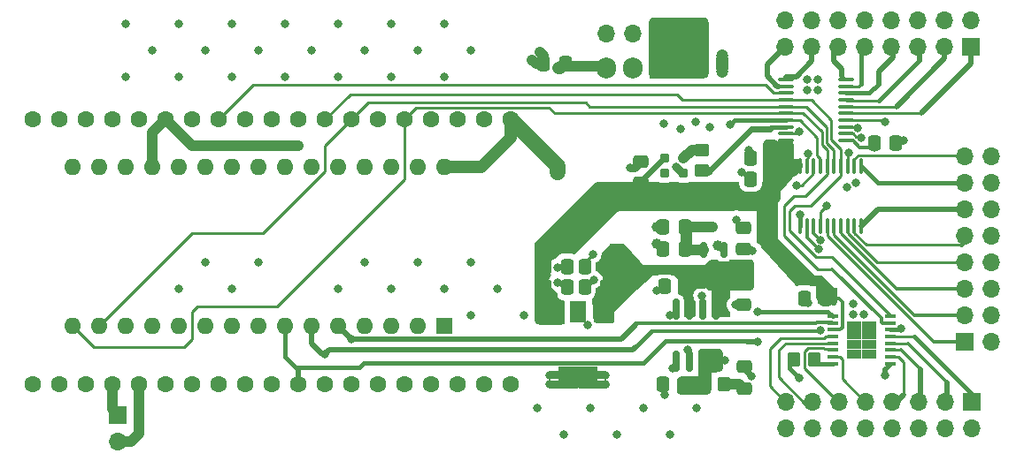
<source format=gbr>
%TF.GenerationSoftware,KiCad,Pcbnew,(6.0.5-0)*%
%TF.CreationDate,2022-06-25T17:27:44+01:00*%
%TF.ProjectId,revised_minh_design,72657669-7365-4645-9f6d-696e685f6465,rev?*%
%TF.SameCoordinates,Original*%
%TF.FileFunction,Copper,L1,Top*%
%TF.FilePolarity,Positive*%
%FSLAX46Y46*%
G04 Gerber Fmt 4.6, Leading zero omitted, Abs format (unit mm)*
G04 Created by KiCad (PCBNEW (6.0.5-0)) date 2022-06-25 17:27:44*
%MOMM*%
%LPD*%
G01*
G04 APERTURE LIST*
G04 Aperture macros list*
%AMRoundRect*
0 Rectangle with rounded corners*
0 $1 Rounding radius*
0 $2 $3 $4 $5 $6 $7 $8 $9 X,Y pos of 4 corners*
0 Add a 4 corners polygon primitive as box body*
4,1,4,$2,$3,$4,$5,$6,$7,$8,$9,$2,$3,0*
0 Add four circle primitives for the rounded corners*
1,1,$1+$1,$2,$3*
1,1,$1+$1,$4,$5*
1,1,$1+$1,$6,$7*
1,1,$1+$1,$8,$9*
0 Add four rect primitives between the rounded corners*
20,1,$1+$1,$2,$3,$4,$5,0*
20,1,$1+$1,$4,$5,$6,$7,0*
20,1,$1+$1,$6,$7,$8,$9,0*
20,1,$1+$1,$8,$9,$2,$3,0*%
G04 Aperture macros list end*
%TA.AperFunction,ComponentPad*%
%ADD10R,1.700000X1.700000*%
%TD*%
%TA.AperFunction,ComponentPad*%
%ADD11O,1.700000X1.700000*%
%TD*%
%TA.AperFunction,ComponentPad*%
%ADD12R,1.600000X1.600000*%
%TD*%
%TA.AperFunction,ComponentPad*%
%ADD13O,1.600000X1.600000*%
%TD*%
%TA.AperFunction,SMDPad,CuDef*%
%ADD14RoundRect,0.100000X0.637500X0.100000X-0.637500X0.100000X-0.637500X-0.100000X0.637500X-0.100000X0*%
%TD*%
%TA.AperFunction,SMDPad,CuDef*%
%ADD15RoundRect,0.250000X-0.475000X0.337500X-0.475000X-0.337500X0.475000X-0.337500X0.475000X0.337500X0*%
%TD*%
%TA.AperFunction,SMDPad,CuDef*%
%ADD16RoundRect,0.250000X0.337500X0.475000X-0.337500X0.475000X-0.337500X-0.475000X0.337500X-0.475000X0*%
%TD*%
%TA.AperFunction,SMDPad,CuDef*%
%ADD17RoundRect,0.100000X0.100000X-0.637500X0.100000X0.637500X-0.100000X0.637500X-0.100000X-0.637500X0*%
%TD*%
%TA.AperFunction,SMDPad,CuDef*%
%ADD18RoundRect,0.250000X0.475000X-0.337500X0.475000X0.337500X-0.475000X0.337500X-0.475000X-0.337500X0*%
%TD*%
%TA.AperFunction,SMDPad,CuDef*%
%ADD19R,1.500000X2.000000*%
%TD*%
%TA.AperFunction,SMDPad,CuDef*%
%ADD20R,3.800000X2.000000*%
%TD*%
%TA.AperFunction,SMDPad,CuDef*%
%ADD21RoundRect,0.250000X-0.350000X-0.450000X0.350000X-0.450000X0.350000X0.450000X-0.350000X0.450000X0*%
%TD*%
%TA.AperFunction,SMDPad,CuDef*%
%ADD22RoundRect,0.150000X-0.150000X0.587500X-0.150000X-0.587500X0.150000X-0.587500X0.150000X0.587500X0*%
%TD*%
%TA.AperFunction,SMDPad,CuDef*%
%ADD23RoundRect,0.250000X-0.337500X-0.475000X0.337500X-0.475000X0.337500X0.475000X-0.337500X0.475000X0*%
%TD*%
%TA.AperFunction,SMDPad,CuDef*%
%ADD24RoundRect,0.150000X-0.150000X0.825000X-0.150000X-0.825000X0.150000X-0.825000X0.150000X0.825000X0*%
%TD*%
%TA.AperFunction,ComponentPad*%
%ADD25R,1.905000X2.000000*%
%TD*%
%TA.AperFunction,ComponentPad*%
%ADD26O,1.905000X2.000000*%
%TD*%
%TA.AperFunction,SMDPad,CuDef*%
%ADD27R,1.470000X0.895000*%
%TD*%
%TA.AperFunction,SMDPad,CuDef*%
%ADD28R,1.050000X0.450000*%
%TD*%
%TA.AperFunction,SMDPad,CuDef*%
%ADD29RoundRect,0.250000X-0.450000X0.350000X-0.450000X-0.350000X0.450000X-0.350000X0.450000X0.350000X0*%
%TD*%
%TA.AperFunction,SMDPad,CuDef*%
%ADD30RoundRect,0.200000X0.250000X-0.200000X0.250000X0.200000X-0.250000X0.200000X-0.250000X-0.200000X0*%
%TD*%
%TA.AperFunction,ComponentPad*%
%ADD31C,1.600000*%
%TD*%
%TA.AperFunction,ViaPad*%
%ADD32C,0.800000*%
%TD*%
%TA.AperFunction,ViaPad*%
%ADD33C,1.200000*%
%TD*%
%TA.AperFunction,ViaPad*%
%ADD34C,1.000000*%
%TD*%
%TA.AperFunction,Conductor*%
%ADD35C,0.250000*%
%TD*%
%TA.AperFunction,Conductor*%
%ADD36C,1.000000*%
%TD*%
%TA.AperFunction,Conductor*%
%ADD37C,0.800000*%
%TD*%
%TA.AperFunction,Conductor*%
%ADD38C,0.300000*%
%TD*%
%TA.AperFunction,Conductor*%
%ADD39C,0.500000*%
%TD*%
%TA.AperFunction,Conductor*%
%ADD40C,1.200000*%
%TD*%
%TA.AperFunction,Conductor*%
%ADD41C,0.400000*%
%TD*%
%TA.AperFunction,Conductor*%
%ADD42C,0.600000*%
%TD*%
%TA.AperFunction,Conductor*%
%ADD43C,1.500000*%
%TD*%
%TA.AperFunction,Conductor*%
%ADD44C,1.100000*%
%TD*%
%TA.AperFunction,Conductor*%
%ADD45C,0.450000*%
%TD*%
%TA.AperFunction,Conductor*%
%ADD46C,0.350000*%
%TD*%
G04 APERTURE END LIST*
D10*
%TO.P,J5,1,Pin_1*%
%TO.N,RX*%
X60198000Y-78105000D03*
D11*
%TO.P,J5,2,Pin_2*%
%TO.N,TX*%
X60198000Y-80645000D03*
%TD*%
D12*
%TO.P,A1,1,D1/TX*%
%TO.N,RX*%
X91440000Y-69596000D03*
D13*
%TO.P,A1,2,D0/RX*%
%TO.N,TX*%
X88900000Y-69596000D03*
%TO.P,A1,3,~{RESET}*%
%TO.N,unconnected-(A1-Pad3)*%
X86360000Y-69596000D03*
%TO.P,A1,4,GND*%
%TO.N,Earth*%
X83820000Y-69596000D03*
%TO.P,A1,5,D2*%
%TO.N,~{DAC_CS}*%
X81280000Y-69596000D03*
%TO.P,A1,6,D3*%
%TO.N,~{CLR}*%
X78740000Y-69596000D03*
%TO.P,A1,7,D4*%
%TO.N,LDAC*%
X76200000Y-69596000D03*
%TO.P,A1,8,D5*%
%TO.N,unconnected-(A1-Pad8)*%
X73660000Y-69596000D03*
%TO.P,A1,9,D6*%
%TO.N,unconnected-(A1-Pad9)*%
X71120000Y-69596000D03*
%TO.P,A1,10,D7*%
%TO.N,unconnected-(A1-Pad10)*%
X68580000Y-69596000D03*
%TO.P,A1,11,D8*%
%TO.N,unconnected-(A1-Pad11)*%
X66040000Y-69596000D03*
%TO.P,A1,12,D9*%
%TO.N,unconnected-(A1-Pad12)*%
X63500000Y-69596000D03*
%TO.P,A1,13,D10*%
%TO.N,unconnected-(A1-Pad13)*%
X60960000Y-69596000D03*
%TO.P,A1,14,D11*%
%TO.N,SI*%
X58420000Y-69596000D03*
%TO.P,A1,15,D12*%
%TO.N,SO*%
X55880000Y-69596000D03*
%TO.P,A1,16,D13*%
%TO.N,SK*%
X55880000Y-54356000D03*
%TO.P,A1,17,3V3*%
%TO.N,unconnected-(A1-Pad17)*%
X58420000Y-54356000D03*
%TO.P,A1,18,AREF*%
%TO.N,unconnected-(A1-Pad18)*%
X60960000Y-54356000D03*
%TO.P,A1,19,A0*%
%TO.N,MDAT*%
X63500000Y-54356000D03*
%TO.P,A1,20,A1*%
%TO.N,~{ADC2_CS}*%
X66040000Y-54356000D03*
%TO.P,A1,21,A2*%
%TO.N,~{ADC1_CS}*%
X68580000Y-54356000D03*
%TO.P,A1,22,A3*%
%TO.N,unconnected-(A1-Pad22)*%
X71120000Y-54356000D03*
%TO.P,A1,23,A4*%
%TO.N,unconnected-(A1-Pad23)*%
X73660000Y-54356000D03*
%TO.P,A1,24,A5*%
%TO.N,unconnected-(A1-Pad24)*%
X76200000Y-54356000D03*
%TO.P,A1,25,A6*%
%TO.N,unconnected-(A1-Pad25)*%
X78740000Y-54356000D03*
%TO.P,A1,26,A7*%
%TO.N,unconnected-(A1-Pad26)*%
X81280000Y-54356000D03*
%TO.P,A1,27,+5V*%
%TO.N,unconnected-(A1-Pad27)*%
X83820000Y-54356000D03*
%TO.P,A1,28,~{RESET}*%
%TO.N,unconnected-(A1-Pad28)*%
X86360000Y-54356000D03*
%TO.P,A1,29,GND*%
%TO.N,Earth*%
X88900000Y-54356000D03*
%TO.P,A1,30,VIN*%
%TO.N,+5V*%
X91440000Y-54356000D03*
%TD*%
D14*
%TO.P,U6,1,AV_{DD}*%
%TO.N,+3.3VA*%
X129862500Y-51820000D03*
%TO.P,U6,2,A_{GND}*%
%TO.N,Earth*%
X129862500Y-51170000D03*
%TO.P,U6,3,REFIN-*%
X129862500Y-50520000D03*
%TO.P,U6,4,REFIN+*%
%TO.N,+3.3VDAC*%
X129862500Y-49870000D03*
%TO.P,U6,5,CH0*%
%TO.N,ADC1_1*%
X129862500Y-49220000D03*
%TO.P,U6,6,CH1*%
%TO.N,ADC1_2*%
X129862500Y-48570000D03*
%TO.P,U6,7,CH2*%
%TO.N,ADC1_3*%
X129862500Y-47920000D03*
%TO.P,U6,8,CH3*%
%TO.N,ADC1_4*%
X129862500Y-47270000D03*
%TO.P,U6,9,CH4*%
%TO.N,ADC1_5*%
X129862500Y-46620000D03*
%TO.P,U6,10,CH5*%
%TO.N,ADC1_6*%
X129862500Y-45970000D03*
%TO.P,U6,11,CH6*%
%TO.N,ADC1_7*%
X124137500Y-45970000D03*
%TO.P,U6,12,CH7*%
%TO.N,ADC1_8*%
X124137500Y-46620000D03*
%TO.P,U6,13,~{CS}*%
%TO.N,~{ADC1_CS}*%
X124137500Y-47270000D03*
%TO.P,U6,14,SCK*%
%TO.N,SK*%
X124137500Y-47920000D03*
%TO.P,U6,15,SDI*%
%TO.N,SI*%
X124137500Y-48570000D03*
%TO.P,U6,16,SDO*%
%TO.N,SO*%
X124137500Y-49220000D03*
%TO.P,U6,17,~{IRQ}/MDAT*%
%TO.N,MDAT*%
X124137500Y-49870000D03*
%TO.P,U6,18,MLCK*%
%TO.N,CLK*%
X124137500Y-50520000D03*
%TO.P,U6,19,D_{GND}*%
%TO.N,Earth*%
X124137500Y-51170000D03*
%TO.P,U6,20,DV_{DD}*%
%TO.N,+3V3*%
X124137500Y-51820000D03*
%TD*%
D15*
%TO.P,C18,1*%
%TO.N,+3.3VA*%
X120015000Y-60176500D03*
%TO.P,C18,2*%
%TO.N,Earth*%
X120015000Y-62251500D03*
%TD*%
D16*
%TO.P,C13,1*%
%TO.N,+3.3VDAC*%
X114448500Y-75185000D03*
%TO.P,C13,2*%
%TO.N,Earth*%
X112373500Y-75185000D03*
%TD*%
D17*
%TO.P,U7,1,AV_{DD}*%
%TO.N,+3.3VA*%
X125472000Y-60012500D03*
%TO.P,U7,2,A_{GND}*%
%TO.N,Earth*%
X126122000Y-60012500D03*
%TO.P,U7,3,REFIN-*%
X126772000Y-60012500D03*
%TO.P,U7,4,REFIN+*%
%TO.N,+3.3VDAC*%
X127422000Y-60012500D03*
%TO.P,U7,5,CH0*%
%TO.N,ADC2_1*%
X128072000Y-60012500D03*
%TO.P,U7,6,CH1*%
%TO.N,ADC2_2*%
X128722000Y-60012500D03*
%TO.P,U7,7,CH2*%
%TO.N,ADC2_3*%
X129372000Y-60012500D03*
%TO.P,U7,8,CH3*%
%TO.N,ADC2_4*%
X130022000Y-60012500D03*
%TO.P,U7,9,CH4*%
%TO.N,ADC2_5*%
X130672000Y-60012500D03*
%TO.P,U7,10,CH5*%
%TO.N,ADC2_6*%
X131322000Y-60012500D03*
%TO.P,U7,11,CH6*%
%TO.N,ADC2_7*%
X131322000Y-54287500D03*
%TO.P,U7,12,CH7*%
%TO.N,ADC2_8*%
X130672000Y-54287500D03*
%TO.P,U7,13,~{CS}*%
%TO.N,~{ADC2_CS}*%
X130022000Y-54287500D03*
%TO.P,U7,14,SCK*%
%TO.N,SK*%
X129372000Y-54287500D03*
%TO.P,U7,15,SDI*%
%TO.N,SI*%
X128722000Y-54287500D03*
%TO.P,U7,16,SDO*%
%TO.N,SO*%
X128072000Y-54287500D03*
%TO.P,U7,17,~{IRQ}/MDAT*%
%TO.N,MDAT*%
X127422000Y-54287500D03*
%TO.P,U7,18,MLCK*%
%TO.N,CLK*%
X126772000Y-54287500D03*
%TO.P,U7,19,D_{GND}*%
%TO.N,Earth*%
X126122000Y-54287500D03*
%TO.P,U7,20,DV_{DD}*%
%TO.N,+3V3*%
X125472000Y-54287500D03*
%TD*%
D18*
%TO.P,C11,1*%
%TO.N,+3V3*%
X110236000Y-55901500D03*
%TO.P,C11,2*%
%TO.N,Earth*%
X110236000Y-53826500D03*
%TD*%
D16*
%TO.P,C8,1*%
%TO.N,+3.3VA*%
X114448500Y-60071000D03*
%TO.P,C8,2*%
%TO.N,Earth*%
X112373500Y-60071000D03*
%TD*%
D10*
%TO.P,J3,1,Pin_1*%
%TO.N,ADC2_1*%
X141204000Y-71105000D03*
D11*
%TO.P,J3,2,Pin_2*%
%TO.N,Earth*%
X143744000Y-71105000D03*
%TO.P,J3,3,Pin_3*%
%TO.N,ADC2_2*%
X141204000Y-68565000D03*
%TO.P,J3,4,Pin_4*%
%TO.N,Earth*%
X143744000Y-68565000D03*
%TO.P,J3,5,Pin_5*%
%TO.N,ADC2_3*%
X141204000Y-66025000D03*
%TO.P,J3,6,Pin_6*%
%TO.N,Earth*%
X143744000Y-66025000D03*
%TO.P,J3,7,Pin_7*%
%TO.N,ADC2_4*%
X141204000Y-63485000D03*
%TO.P,J3,8,Pin_8*%
%TO.N,Earth*%
X143744000Y-63485000D03*
%TO.P,J3,9,Pin_9*%
%TO.N,ADC2_5*%
X141204000Y-60945000D03*
%TO.P,J3,10,Pin_10*%
%TO.N,Earth*%
X143744000Y-60945000D03*
%TO.P,J3,11,Pin_11*%
%TO.N,ADC2_6*%
X141204000Y-58405000D03*
%TO.P,J3,12,Pin_12*%
%TO.N,Earth*%
X143744000Y-58405000D03*
%TO.P,J3,13,Pin_13*%
%TO.N,ADC2_7*%
X141204000Y-55865000D03*
%TO.P,J3,14,Pin_14*%
%TO.N,Earth*%
X143744000Y-55865000D03*
%TO.P,J3,15,Pin_15*%
%TO.N,ADC2_8*%
X141204000Y-53325000D03*
%TO.P,J3,16,Pin_16*%
%TO.N,Earth*%
X143744000Y-53325000D03*
%TD*%
D19*
%TO.P,U4,1,VI*%
%TO.N,+5V*%
X106495500Y-68224000D03*
D20*
%TO.P,U4,2,GND*%
%TO.N,Earth*%
X104195500Y-74524000D03*
D19*
X104195500Y-68224000D03*
%TO.P,U4,3,VO*%
%TO.N,+3V3*%
X101895500Y-68224000D03*
%TD*%
D16*
%TO.P,C2,1*%
%TO.N,+5V*%
X103018500Y-44450000D03*
%TO.P,C2,2*%
%TO.N,Earth*%
X100943500Y-44450000D03*
%TD*%
D21*
%TO.P,R2,1*%
%TO.N,+3.3VDAC*%
X116156500Y-75185000D03*
%TO.P,R2,2*%
%TO.N,Net-(C12-Pad1)*%
X118156500Y-75185000D03*
%TD*%
D16*
%TO.P,C3,1*%
%TO.N,+5V*%
X106955500Y-63880000D03*
%TO.P,C3,2*%
%TO.N,Earth*%
X104880500Y-63880000D03*
%TD*%
%TO.P,C14,1*%
%TO.N,+3V3*%
X127932000Y-66929000D03*
%TO.P,C14,2*%
%TO.N,Earth*%
X125857000Y-66929000D03*
%TD*%
D18*
%TO.P,C12,1*%
%TO.N,Net-(C12-Pad1)*%
X120128500Y-75586500D03*
%TO.P,C12,2*%
%TO.N,Earth*%
X120128500Y-73511500D03*
%TD*%
D16*
%TO.P,C17,1*%
%TO.N,+3V3*%
X122830500Y-55499000D03*
%TO.P,C17,2*%
%TO.N,Earth*%
X120755500Y-55499000D03*
%TD*%
D22*
%TO.P,U3,1,GND*%
%TO.N,Earth*%
X118171000Y-62308500D03*
%TO.P,U3,2,VO*%
%TO.N,+3.3VA*%
X116271000Y-62308500D03*
%TO.P,U3,3,VI*%
%TO.N,+5V*%
X117221000Y-64183500D03*
%TD*%
D23*
%TO.P,C7,1*%
%TO.N,+3V3*%
X101118000Y-65880000D03*
%TO.P,C7,2*%
%TO.N,Earth*%
X103193000Y-65880000D03*
%TD*%
D24*
%TO.P,U5,1,VDD*%
%TO.N,+5V*%
X117461500Y-68010000D03*
%TO.P,U5,2,GND*%
%TO.N,Earth*%
X116191500Y-68010000D03*
%TO.P,U5,3,~{SHDN}*%
%TO.N,+5V*%
X114921500Y-68010000D03*
%TO.P,U5,4,GND*%
%TO.N,Earth*%
X113651500Y-68010000D03*
%TO.P,U5,5,GND*%
X113651500Y-72960000D03*
%TO.P,U5,6,GND*%
X114921500Y-72960000D03*
%TO.P,U5,7,OUT*%
%TO.N,+3.3VDAC*%
X116191500Y-72960000D03*
%TO.P,U5,8,FB*%
X117461500Y-72960000D03*
%TD*%
D23*
%TO.P,C1,1*%
%TO.N,+12V*%
X115929500Y-44450000D03*
%TO.P,C1,2*%
%TO.N,Earth*%
X118004500Y-44450000D03*
%TD*%
D25*
%TO.P,U2,1,VI*%
%TO.N,+12V*%
X112014000Y-44902000D03*
D26*
%TO.P,U2,2,GND*%
%TO.N,Earth*%
X109474000Y-44902000D03*
%TO.P,U2,3,VO*%
%TO.N,+5V*%
X106934000Y-44902000D03*
%TD*%
D23*
%TO.P,C9,1*%
%TO.N,+3V3*%
X101118000Y-63880000D03*
%TO.P,C9,2*%
%TO.N,Earth*%
X103193000Y-63880000D03*
%TD*%
D16*
%TO.P,C5,1*%
%TO.N,+5V*%
X106955500Y-65880000D03*
%TO.P,C5,2*%
%TO.N,Earth*%
X104880500Y-65880000D03*
%TD*%
D23*
%TO.P,C16,1*%
%TO.N,+3.3VA*%
X132566500Y-52070000D03*
%TO.P,C16,2*%
%TO.N,Earth*%
X134641500Y-52070000D03*
%TD*%
D21*
%TO.P,R1,1*%
%TO.N,+3.3VDAC*%
X124857000Y-72771000D03*
%TO.P,R1,2*%
%TO.N,Net-(R1-Pad2)*%
X126857000Y-72771000D03*
%TD*%
D27*
%TO.P,U8,17*%
%TO.N,N/C*%
X132080000Y-71374000D03*
X132080000Y-69584000D03*
X130610000Y-70479000D03*
X130610000Y-71374000D03*
X132080000Y-72269000D03*
X130610000Y-72269000D03*
X130610000Y-69584000D03*
X132080000Y-70479000D03*
D28*
%TO.P,U8,16,SCLK*%
%TO.N,SK*%
X134120000Y-68651500D03*
%TO.P,U8,15,D_{IN}*%
%TO.N,SO*%
X134120000Y-69301500D03*
%TO.P,U8,14,GND*%
%TO.N,Earth*%
X134120000Y-69951500D03*
%TO.P,U8,13,V_{OUT}B*%
%TO.N,VoutB*%
X134120000Y-70601500D03*
%TO.P,U8,12,V_{OUT}D*%
%TO.N,VoutD*%
X134120000Y-71251500D03*
%TO.P,U8,11,V_{OUT}F*%
%TO.N,VoutF*%
X134120000Y-71901500D03*
%TO.P,U8,10,V_{OUT}H*%
%TO.N,VoutH*%
X134120000Y-72551500D03*
%TO.P,U8,9,~{CLR}*%
%TO.N,~{CLR}*%
X134120000Y-73201500D03*
%TO.P,U8,8,V_{REF}IN*%
%TO.N,Net-(R1-Pad2)*%
X128570000Y-73201500D03*
%TO.P,U8,7,V_{OUT}G*%
%TO.N,VoutG*%
X128570000Y-72551500D03*
%TO.P,U8,6,V_{OUT}E*%
%TO.N,VoutE*%
X128570000Y-71901500D03*
%TO.P,U8,5,V_{OUT}C*%
%TO.N,VoutC*%
X128570000Y-71251500D03*
%TO.P,U8,4,V_{OUT}A*%
%TO.N,VoutA*%
X128570000Y-70601500D03*
%TO.P,U8,3,AV_{DD}*%
%TO.N,+3V3*%
X128570000Y-69951500D03*
%TO.P,U8,2,~{SYNC}*%
%TO.N,~{DAC_CS}*%
X128570000Y-69301500D03*
%TO.P,U8,1,LDAC*%
%TO.N,LDAC*%
X128570000Y-68651500D03*
%TD*%
D10*
%TO.P,J1,1,Pin_1*%
%TO.N,+12V*%
X112014000Y-41529000D03*
D11*
%TO.P,J1,2,Pin_2*%
%TO.N,Earth*%
X109474000Y-41529000D03*
%TO.P,J1,3,Pin_3*%
X106934000Y-41529000D03*
%TD*%
D16*
%TO.P,C6,1*%
%TO.N,+3.3VA*%
X114448500Y-62230000D03*
%TO.P,C6,2*%
%TO.N,Earth*%
X112373500Y-62230000D03*
%TD*%
D29*
%TO.P,R3,1*%
%TO.N,Net-(R3-Pad1)*%
X116078000Y-52721000D03*
%TO.P,R3,2*%
%TO.N,CLK*%
X116078000Y-54721000D03*
%TD*%
D16*
%TO.P,C10,1*%
%TO.N,+5V*%
X114597000Y-65785000D03*
%TO.P,C10,2*%
%TO.N,Earth*%
X112522000Y-65785000D03*
%TD*%
%TO.P,C15,1*%
%TO.N,+3V3*%
X122830500Y-53467000D03*
%TO.P,C15,2*%
%TO.N,Earth*%
X120755500Y-53467000D03*
%TD*%
D15*
%TO.P,C4,1*%
%TO.N,+5V*%
X120015000Y-65510500D03*
%TO.P,C4,2*%
%TO.N,Earth*%
X120015000Y-67585500D03*
%TD*%
D10*
%TO.P,J2,1,Pin_1*%
%TO.N,ADC1_1*%
X141844000Y-42799000D03*
D11*
%TO.P,J2,2,Pin_2*%
%TO.N,Earth*%
X141844000Y-40259000D03*
%TO.P,J2,3,Pin_3*%
%TO.N,ADC1_2*%
X139304000Y-42799000D03*
%TO.P,J2,4,Pin_4*%
%TO.N,Earth*%
X139304000Y-40259000D03*
%TO.P,J2,5,Pin_5*%
%TO.N,ADC1_3*%
X136764000Y-42799000D03*
%TO.P,J2,6,Pin_6*%
%TO.N,Earth*%
X136764000Y-40259000D03*
%TO.P,J2,7,Pin_7*%
%TO.N,ADC1_4*%
X134224000Y-42799000D03*
%TO.P,J2,8,Pin_8*%
%TO.N,Earth*%
X134224000Y-40259000D03*
%TO.P,J2,9,Pin_9*%
%TO.N,ADC1_5*%
X131684000Y-42799000D03*
%TO.P,J2,10,Pin_10*%
%TO.N,Earth*%
X131684000Y-40259000D03*
%TO.P,J2,11,Pin_11*%
%TO.N,ADC1_6*%
X129144000Y-42799000D03*
%TO.P,J2,12,Pin_12*%
%TO.N,Earth*%
X129144000Y-40259000D03*
%TO.P,J2,13,Pin_13*%
%TO.N,ADC1_7*%
X126604000Y-42799000D03*
%TO.P,J2,14,Pin_14*%
%TO.N,Earth*%
X126604000Y-40259000D03*
%TO.P,J2,15,Pin_15*%
%TO.N,ADC1_8*%
X124064000Y-42799000D03*
%TO.P,J2,16,Pin_16*%
%TO.N,Earth*%
X124064000Y-40259000D03*
%TD*%
D30*
%TO.P,X1,1,Tri-State*%
%TO.N,unconnected-(X1-Pad1)*%
X112486000Y-54954000D03*
%TO.P,X1,2,GND*%
%TO.N,Earth*%
X114336000Y-54954000D03*
%TO.P,X1,3,OUT*%
%TO.N,Net-(R3-Pad1)*%
X114336000Y-53504000D03*
%TO.P,X1,4,VDD*%
%TO.N,+3V3*%
X112486000Y-53504000D03*
%TD*%
D31*
%TO.P,U1,38,5V*%
%TO.N,+5V*%
X97785000Y-49784000D03*
%TO.P,U1,37,CMD*%
%TO.N,unconnected-(U1-Pad37)*%
X95245000Y-49784000D03*
%TO.P,U1,36,D3*%
%TO.N,unconnected-(U1-Pad36)*%
X92705000Y-49784000D03*
%TO.P,U1,35,D2*%
%TO.N,unconnected-(U1-Pad35)*%
X90165000Y-49784000D03*
%TO.P,U1,34,13*%
%TO.N,SO*%
X87625000Y-49784000D03*
%TO.P,U1,33,GND*%
%TO.N,Earth*%
X85085000Y-49784000D03*
%TO.P,U1,32,12*%
%TO.N,SI*%
X82547858Y-49789715D03*
%TO.P,U1,31,14*%
%TO.N,SK*%
X80010715Y-49789715D03*
%TO.P,U1,30,27*%
%TO.N,unconnected-(U1-Pad30)*%
X77465000Y-49784000D03*
%TO.P,U1,29,26*%
%TO.N,unconnected-(U1-Pad29)*%
X74925000Y-49784000D03*
%TO.P,U1,28,25*%
%TO.N,unconnected-(U1-Pad28)*%
X72385000Y-49784000D03*
%TO.P,U1,27,33*%
%TO.N,~{ADC1_CS}*%
X69845000Y-49784000D03*
%TO.P,U1,26,32*%
%TO.N,~{ADC2_CS}*%
X67305000Y-49784000D03*
%TO.P,U1,25,35*%
%TO.N,MDAT*%
X64765000Y-49784000D03*
%TO.P,U1,24,34*%
%TO.N,unconnected-(U1-Pad24)*%
X62250715Y-49789715D03*
%TO.P,U1,23,VN*%
%TO.N,unconnected-(U1-Pad23)*%
X59713572Y-49789715D03*
%TO.P,U1,22,VP*%
%TO.N,unconnected-(U1-Pad22)*%
X57145000Y-49784000D03*
%TO.P,U1,21,EN*%
%TO.N,unconnected-(U1-Pad21)*%
X54599014Y-49789715D03*
%TO.P,U1,20,3V3*%
%TO.N,unconnected-(U1-Pad20)*%
X52102143Y-49789715D03*
%TO.P,U1,19,GND*%
%TO.N,Earth*%
X52065000Y-75184000D03*
%TO.P,U1,18,23*%
%TO.N,unconnected-(U1-Pad18)*%
X54605000Y-75184000D03*
%TO.P,U1,17,22*%
%TO.N,unconnected-(U1-Pad17)*%
X57145000Y-75184000D03*
%TO.P,U1,16,TX*%
%TO.N,RX*%
X59685000Y-75184000D03*
%TO.P,U1,15,RX*%
%TO.N,TX*%
X62225000Y-75184000D03*
%TO.P,U1,14,21*%
%TO.N,unconnected-(U1-Pad14)*%
X64765000Y-75184000D03*
%TO.P,U1,13,GND*%
%TO.N,Earth*%
X67305000Y-75184000D03*
%TO.P,U1,12,19*%
%TO.N,unconnected-(U1-Pad12)*%
X69845000Y-75184000D03*
%TO.P,U1,11,18*%
%TO.N,unconnected-(U1-Pad11)*%
X72385000Y-75184000D03*
%TO.P,U1,10,5*%
%TO.N,unconnected-(U1-Pad10)*%
X74925000Y-75184000D03*
%TO.P,U1,9,17*%
%TO.N,LDAC*%
X77465000Y-75184000D03*
%TO.P,U1,8,16*%
%TO.N,~{CLR}*%
X80005000Y-75184000D03*
%TO.P,U1,7,4*%
%TO.N,~{DAC_CS}*%
X82545000Y-75184000D03*
%TO.P,U1,6,0*%
%TO.N,unconnected-(U1-Pad6)*%
X85085000Y-75184000D03*
%TO.P,U1,5,2*%
%TO.N,unconnected-(U1-Pad5)*%
X87625000Y-75184000D03*
%TO.P,U1,4,15*%
%TO.N,unconnected-(U1-Pad4)*%
X90165000Y-75184000D03*
%TO.P,U1,3,D1*%
%TO.N,unconnected-(U1-Pad3)*%
X92705000Y-75184000D03*
%TO.P,U1,2,D0*%
%TO.N,unconnected-(U1-Pad2)*%
X95245000Y-75184000D03*
%TO.P,U1,1,CLK*%
%TO.N,unconnected-(U1-Pad1)*%
X97785000Y-75184000D03*
%TD*%
D10*
%TO.P,J4,1,Pin_1*%
%TO.N,VoutB*%
X141859000Y-76835000D03*
D11*
%TO.P,J4,2,Pin_2*%
%TO.N,Earth*%
X141859000Y-79375000D03*
%TO.P,J4,3,Pin_3*%
%TO.N,VoutD*%
X139319000Y-76835000D03*
%TO.P,J4,4,Pin_4*%
%TO.N,Earth*%
X139319000Y-79375000D03*
%TO.P,J4,5,Pin_5*%
%TO.N,VoutF*%
X136779000Y-76835000D03*
%TO.P,J4,6,Pin_6*%
%TO.N,Earth*%
X136779000Y-79375000D03*
%TO.P,J4,7,Pin_7*%
%TO.N,VoutH*%
X134239000Y-76835000D03*
%TO.P,J4,8,Pin_8*%
%TO.N,Earth*%
X134239000Y-79375000D03*
%TO.P,J4,9,Pin_9*%
%TO.N,VoutG*%
X131699000Y-76835000D03*
%TO.P,J4,10,Pin_10*%
%TO.N,Earth*%
X131699000Y-79375000D03*
%TO.P,J4,11,Pin_11*%
%TO.N,VoutE*%
X129159000Y-76835000D03*
%TO.P,J4,12,Pin_12*%
%TO.N,Earth*%
X129159000Y-79375000D03*
%TO.P,J4,13,Pin_13*%
%TO.N,VoutC*%
X126619000Y-76835000D03*
%TO.P,J4,14,Pin_14*%
%TO.N,Earth*%
X126619000Y-79375000D03*
%TO.P,J4,15,Pin_15*%
%TO.N,VoutA*%
X124079000Y-76835000D03*
%TO.P,J4,16,Pin_16*%
%TO.N,Earth*%
X124079000Y-79375000D03*
%TD*%
D32*
%TO.N,Earth*%
X102870000Y-80010000D03*
X105410000Y-77470000D03*
X100330000Y-77470000D03*
X115570000Y-77470000D03*
X110490000Y-77470000D03*
X113030000Y-80010000D03*
X107950000Y-80010000D03*
X99060000Y-68580000D03*
X93980000Y-68580000D03*
X96520000Y-66040000D03*
X93980000Y-63500000D03*
X112395000Y-50165000D03*
X114046000Y-50673000D03*
X115443000Y-50038000D03*
X116840000Y-50546000D03*
X130810000Y-55880000D03*
X93980000Y-43180000D03*
X66040000Y-66040000D03*
X68580000Y-63500000D03*
X71120000Y-66040000D03*
X73660000Y-63500000D03*
X63500000Y-43180000D03*
X68580000Y-43180000D03*
X73660000Y-43180000D03*
X78740000Y-43180000D03*
X83820000Y-43180000D03*
X88900000Y-43180000D03*
X88900000Y-63500000D03*
X83820000Y-63500000D03*
X81280000Y-66040000D03*
X86360000Y-66040000D03*
X91440000Y-66040000D03*
X60960000Y-45720000D03*
X66040000Y-45720000D03*
X71120000Y-45720000D03*
X76200000Y-45720000D03*
X81280000Y-45720000D03*
X86360000Y-45720000D03*
X91440000Y-45720000D03*
X91440000Y-40640000D03*
X86360000Y-40640000D03*
X81280000Y-40640000D03*
X76200000Y-40640000D03*
X71120000Y-40640000D03*
X66040000Y-40640000D03*
X60960000Y-40640000D03*
X130556000Y-67437000D03*
X130556000Y-68453000D03*
X127127000Y-45974000D03*
X127127000Y-46990000D03*
X126111000Y-45974000D03*
X126111000Y-46990000D03*
X129968938Y-56308938D03*
X131572000Y-68453000D03*
%TO.N,~{DAC_CS}*%
X82529511Y-70845511D03*
%TO.N,~{CLR}*%
X80010000Y-72263000D03*
%TO.N,Earth*%
X127254000Y-62230011D03*
X106807000Y-75184000D03*
X130937000Y-50594500D03*
D33*
X117983000Y-43688000D03*
D32*
X113284000Y-73660000D03*
X126259500Y-67399500D03*
X127381000Y-61349500D03*
X113652311Y-54375651D03*
D34*
X117602000Y-61849000D03*
D32*
X102305000Y-65405000D03*
D33*
X117983000Y-45212000D03*
D32*
X114681000Y-71844489D03*
X105156000Y-69469000D03*
X101473000Y-75184000D03*
X101473000Y-74295000D03*
X126238000Y-53086000D03*
X105778495Y-65149065D03*
D34*
X100584000Y-43307000D03*
D32*
X105664000Y-62738000D03*
X120523000Y-52705000D03*
X119253000Y-67564000D03*
X106807000Y-74295000D03*
X102305000Y-64008000D03*
X125391819Y-50949902D03*
X112522000Y-76200000D03*
X113030000Y-68585009D03*
X135143100Y-69860114D03*
X116078000Y-66675000D03*
X135382000Y-51816000D03*
X120904000Y-62357000D03*
X120777923Y-74417599D03*
X119888000Y-54864000D03*
D34*
X99822000Y-44069000D03*
X111760000Y-61722000D03*
X111760000Y-60071000D03*
D32*
X131318000Y-51562000D03*
X109220000Y-54466500D03*
X111760000Y-66167000D03*
%TO.N,+5V*%
X102235000Y-54864000D03*
D33*
X102362000Y-44831000D03*
D32*
X107696000Y-62738000D03*
%TO.N,+3.3VA*%
X132588000Y-52488500D03*
X119380000Y-59436000D03*
X125466083Y-58950433D03*
X117094000Y-60071000D03*
%TO.N,+3.3VDAC*%
X133604000Y-50038000D03*
X125349000Y-74549000D03*
X118237000Y-72898000D03*
X128016000Y-58039000D03*
%TO.N,CLK*%
X116713000Y-54737000D03*
X125095000Y-56134000D03*
%TO.N,LDAC*%
X121412000Y-71120000D03*
X121412000Y-68199000D03*
%TO.N,~{CLR}*%
X127381000Y-70034020D03*
X133604000Y-74295000D03*
%TO.N,MDAT*%
X118745000Y-50292000D03*
D34*
X77470000Y-52324000D03*
D32*
%TO.N,~{ADC2_CS}*%
X130096500Y-52972689D03*
%TD*%
D35*
%TO.N,RX*%
X60198000Y-78105000D02*
X59944000Y-78105000D01*
D36*
X59685000Y-75184000D02*
X59685000Y-77592000D01*
X59685000Y-77592000D02*
X60198000Y-78105000D01*
D35*
%TO.N,SO*%
X57912000Y-71628000D02*
X66548000Y-71628000D01*
X67310000Y-70866000D02*
X67310000Y-68199000D01*
X75438000Y-67691000D02*
X87625000Y-55504000D01*
X66548000Y-71628000D02*
X67310000Y-70866000D01*
X67310000Y-68199000D02*
X67818000Y-67691000D01*
X55880000Y-69596000D02*
X57912000Y-71628000D01*
X67818000Y-67691000D02*
X75438000Y-67691000D01*
X87625000Y-55504000D02*
X87625000Y-49784000D01*
D36*
%TO.N,TX*%
X62225000Y-75184000D02*
X62225000Y-79888000D01*
X61468000Y-80645000D02*
X59944000Y-80645000D01*
X62225000Y-79888000D02*
X61468000Y-80645000D01*
D37*
%TO.N,Earth*%
X113652311Y-54375651D02*
X114103660Y-54827000D01*
D35*
X114103660Y-54827000D02*
X114336000Y-54827000D01*
%TO.N,~{ADC2_CS}*%
X130022000Y-54287500D02*
X130022000Y-53047189D01*
X130022000Y-53047189D02*
X130096500Y-52972689D01*
D38*
%TO.N,+3.3VA*%
X132588000Y-52488500D02*
X131184530Y-52488500D01*
X131184530Y-52488500D02*
X130516030Y-51820000D01*
X130516030Y-51820000D02*
X129862500Y-51820000D01*
D39*
X132588000Y-52488500D02*
X132296500Y-52488500D01*
X132296500Y-52488500D02*
X132292913Y-52492087D01*
D35*
%TO.N,SK*%
X129372000Y-55159000D02*
X126492000Y-58039000D01*
X124968000Y-58039000D02*
X124460000Y-58547000D01*
X124460000Y-58547000D02*
X124460000Y-60460614D01*
X134120000Y-68588000D02*
X134120000Y-68651500D01*
X126492000Y-58039000D02*
X124968000Y-58039000D01*
X129372000Y-54287500D02*
X129372000Y-55159000D01*
X124460000Y-60460614D02*
X126953897Y-62954511D01*
X126953897Y-62954511D02*
X128486511Y-62954511D01*
X128486511Y-62954511D02*
X134120000Y-68588000D01*
%TO.N,SI*%
X58420000Y-69596000D02*
X67310000Y-60706000D01*
X67310000Y-60706000D02*
X74041000Y-60706000D01*
X74041000Y-60706000D02*
X80010000Y-54737000D01*
X80010000Y-54737000D02*
X80010000Y-52327573D01*
X80010000Y-52327573D02*
X82547858Y-49789715D01*
D36*
%TO.N,MDAT*%
X64765000Y-49784000D02*
X63500000Y-51049000D01*
X63500000Y-51049000D02*
X63500000Y-54356000D01*
D40*
%TO.N,+5V*%
X97785000Y-49784000D02*
X97785000Y-51567000D01*
X97785000Y-51567000D02*
X94996000Y-54356000D01*
X94996000Y-54356000D02*
X91440000Y-54356000D01*
D39*
%TO.N,~{DAC_CS}*%
X109728000Y-69469000D02*
X108351489Y-70845511D01*
X108351489Y-70845511D02*
X82529511Y-70845511D01*
%TO.N,~{CLR}*%
X80010000Y-72263000D02*
X80391000Y-71882000D01*
X80391000Y-71882000D02*
X109474000Y-71882000D01*
X109474000Y-71882000D02*
X109728000Y-71628000D01*
D41*
%TO.N,LDAC*%
X120447989Y-71044989D02*
X112597011Y-71044989D01*
X112597011Y-71044989D02*
X110517511Y-73124489D01*
X110517511Y-73124489D02*
X83720511Y-73124489D01*
X83720511Y-73124489D02*
X83312000Y-73533000D01*
D39*
%TO.N,~{CLR}*%
X80010000Y-72263000D02*
X79756000Y-72263000D01*
X79756000Y-72263000D02*
X78740000Y-71247000D01*
X78740000Y-71247000D02*
X78740000Y-69596000D01*
D41*
%TO.N,LDAC*%
X77216000Y-73533000D02*
X77465000Y-73782000D01*
D39*
X77465000Y-73782000D02*
X77465000Y-75184000D01*
D41*
X83312000Y-73533000D02*
X77216000Y-73533000D01*
X77216000Y-73533000D02*
X76200000Y-72517000D01*
X76200000Y-72517000D02*
X76200000Y-69596000D01*
D39*
%TO.N,~{DAC_CS}*%
X82529511Y-70845511D02*
X81280000Y-69596000D01*
D36*
%TO.N,+12V*%
X112014000Y-44775000D02*
X112466000Y-44323000D01*
D35*
X115477500Y-44775000D02*
X115929500Y-44323000D01*
D37*
%TO.N,Earth*%
X104394000Y-75184000D02*
X106807000Y-75184000D01*
D35*
X104880500Y-63754000D02*
X104880500Y-63521500D01*
X104195500Y-74524000D02*
X104195500Y-74985500D01*
D36*
X100203000Y-44450000D02*
X99822000Y-44069000D01*
D38*
X126772000Y-60012500D02*
X126772000Y-60735717D01*
D36*
X100943500Y-43666500D02*
X100584000Y-43307000D01*
D35*
X104195500Y-68508500D02*
X105156000Y-69469000D01*
D37*
X109596000Y-54466500D02*
X110236000Y-53826500D01*
D35*
X104195500Y-67974000D02*
X104195500Y-68508500D01*
X111760000Y-66167000D02*
X112499500Y-66167000D01*
X130937000Y-50594500D02*
X130862500Y-50520000D01*
X104195500Y-74985500D02*
X104394000Y-75184000D01*
X105173560Y-65754000D02*
X105778495Y-65149065D01*
X120523000Y-52705000D02*
X120523000Y-53213000D01*
X113651500Y-68010000D02*
X113605009Y-68010000D01*
D39*
X114681000Y-71844489D02*
X114921500Y-72084989D01*
D37*
X104013000Y-75184000D02*
X101473000Y-75184000D01*
D35*
X106786000Y-74274000D02*
X106807000Y-74295000D01*
X135051714Y-69951500D02*
X135143100Y-69860114D01*
X120523000Y-55499000D02*
X120777000Y-55499000D01*
X104880500Y-65754000D02*
X105173560Y-65754000D01*
X125171721Y-51170000D02*
X124137500Y-51170000D01*
D42*
X118061500Y-62308500D02*
X118171000Y-62308500D01*
D35*
X131318000Y-51562000D02*
X131191000Y-51435000D01*
X125391819Y-50949902D02*
X125171721Y-51170000D01*
D38*
X126772000Y-60735717D02*
X127377283Y-61341000D01*
D35*
X134536000Y-52324000D02*
X134874000Y-52324000D01*
X114921500Y-72084989D02*
X114921500Y-72960000D01*
X131191000Y-51435000D02*
X130824511Y-51435000D01*
X104195500Y-74524000D02*
X104195500Y-75001500D01*
X103193000Y-63754000D02*
X102559000Y-63754000D01*
X113605009Y-68010000D02*
X113030000Y-68585009D01*
D42*
X117602000Y-61849000D02*
X118061500Y-62308500D01*
D36*
X100943500Y-44450000D02*
X100203000Y-44450000D01*
D39*
X120777923Y-74417599D02*
X120772599Y-74417599D01*
D35*
X104195500Y-75001500D02*
X104013000Y-75184000D01*
X102654000Y-65754000D02*
X102305000Y-65405000D01*
X119888000Y-67564000D02*
X119253000Y-67564000D01*
X130862500Y-50520000D02*
X129862500Y-50520000D01*
D41*
X134120000Y-69951500D02*
X135051714Y-69951500D01*
D35*
X126259500Y-67399500D02*
X125916000Y-67056000D01*
X126238000Y-53483639D02*
X126122000Y-53599639D01*
X126122000Y-53599639D02*
X126122000Y-54287500D01*
D38*
X127377283Y-61341000D02*
X127381000Y-61341000D01*
D35*
X116191500Y-66788500D02*
X116078000Y-66675000D01*
X104880500Y-63521500D02*
X105664000Y-62738000D01*
X134874000Y-52324000D02*
X135382000Y-51816000D01*
X113284000Y-73327500D02*
X113651500Y-72960000D01*
X112419000Y-76097000D02*
X112419000Y-75185000D01*
D37*
X109220000Y-54466500D02*
X109596000Y-54466500D01*
D38*
X127254000Y-62230011D02*
X126122000Y-61098011D01*
D35*
X116191500Y-68010000D02*
X116191500Y-66788500D01*
X130559511Y-51170000D02*
X129862500Y-51170000D01*
X130824511Y-51435000D02*
X130559511Y-51170000D01*
X113284000Y-73660000D02*
X113284000Y-73327500D01*
X120523000Y-53213000D02*
X120777000Y-53467000D01*
X101494000Y-74274000D02*
X101473000Y-74295000D01*
X126238000Y-53086000D02*
X126238000Y-53483639D01*
D39*
X120772599Y-74417599D02*
X120128500Y-73773500D01*
D35*
X112522000Y-76200000D02*
X112419000Y-76097000D01*
D37*
X104195500Y-74274000D02*
X106786000Y-74274000D01*
X104195500Y-74274000D02*
X101494000Y-74274000D01*
D35*
X102559000Y-63754000D02*
X102305000Y-64008000D01*
X112499500Y-66167000D02*
X112881500Y-65785000D01*
X103193000Y-65754000D02*
X102654000Y-65754000D01*
X127381000Y-61349500D02*
X127381000Y-61341000D01*
D38*
X126122000Y-61098011D02*
X126122000Y-60012500D01*
D35*
X119888000Y-54864000D02*
X120523000Y-55499000D01*
D36*
X100943500Y-44450000D02*
X100943500Y-43666500D01*
D39*
%TO.N,+5V*%
X110744000Y-64389000D02*
X113560500Y-64389000D01*
D36*
X106495500Y-67974000D02*
X109826500Y-64643000D01*
X109826500Y-64643000D02*
X110490000Y-64643000D01*
D42*
X106955500Y-65754000D02*
X106955500Y-67514000D01*
D43*
X102235000Y-54234000D02*
X97785000Y-49784000D01*
D36*
X107696000Y-62738000D02*
X106955500Y-63478500D01*
D35*
X114956500Y-67975000D02*
X114921500Y-68010000D01*
D42*
X106955500Y-63754000D02*
X106955500Y-65754000D01*
D40*
X102510500Y-44831000D02*
X103018500Y-44323000D01*
D39*
X116333000Y-65785000D02*
X114956500Y-65785000D01*
D35*
X117221000Y-64183500D02*
X117221000Y-64897000D01*
D39*
X117221000Y-64897000D02*
X116333000Y-65785000D01*
X117461500Y-68010000D02*
X117461500Y-64424000D01*
D36*
X106863000Y-44704000D02*
X106934000Y-44775000D01*
D39*
X110490000Y-64643000D02*
X110744000Y-64389000D01*
X113560500Y-64389000D02*
X114956500Y-65785000D01*
D36*
X103541500Y-44704000D02*
X106863000Y-44704000D01*
D39*
X114956500Y-65785000D02*
X114956500Y-67975000D01*
D35*
X117461500Y-64424000D02*
X117221000Y-64183500D01*
D40*
X102362000Y-44831000D02*
X102510500Y-44831000D01*
D43*
X102235000Y-54864000D02*
X102235000Y-54234000D01*
D36*
X106955500Y-63478500D02*
X106955500Y-63754000D01*
D44*
%TO.N,+3.3VA*%
X114575500Y-60198000D02*
X114575500Y-62196500D01*
D36*
X114427000Y-62230000D02*
X114505500Y-62308500D01*
D38*
X132292913Y-52492087D02*
X132461000Y-52324000D01*
D41*
X125476000Y-58960350D02*
X125476000Y-60008500D01*
D36*
X114527500Y-60071000D02*
X114488000Y-60110500D01*
X114505500Y-62308500D02*
X116271000Y-62308500D01*
D35*
X120015000Y-60176500D02*
X120015000Y-60071000D01*
D36*
X117094000Y-60071000D02*
X114527500Y-60071000D01*
D35*
X120015000Y-60071000D02*
X119380000Y-59436000D01*
D41*
X125466083Y-58950433D02*
X125476000Y-58960350D01*
D38*
%TO.N,+3V3*%
X129525489Y-67295489D02*
X129525489Y-69745033D01*
D42*
X105791000Y-57150000D02*
X122609500Y-57150000D01*
D39*
X110236000Y-55626000D02*
X110300635Y-55626000D01*
D38*
X129319022Y-69951500D02*
X128570000Y-69951500D01*
D41*
X122852000Y-53105500D02*
X122852000Y-53467000D01*
X123317000Y-56442500D02*
X125472000Y-54287500D01*
X124137500Y-51820000D02*
X122852000Y-53105500D01*
D38*
X129159000Y-66929000D02*
X129525489Y-67295489D01*
D41*
X122852000Y-55499000D02*
X124253000Y-54098000D01*
X124253000Y-54098000D02*
X125472000Y-54098000D01*
D38*
X129525489Y-69745033D02*
X129319022Y-69951500D01*
D42*
X101118000Y-65754000D02*
X101118000Y-61823000D01*
D41*
X127932000Y-66464000D02*
X122682000Y-61214000D01*
D42*
X110300635Y-55626000D02*
X110308981Y-55626000D01*
X101895500Y-67974000D02*
X101895500Y-66531500D01*
X122609500Y-57150000D02*
X123317000Y-56442500D01*
D38*
X127932000Y-66929000D02*
X129159000Y-66929000D01*
D42*
X101118000Y-61823000D02*
X105791000Y-57150000D01*
X101895500Y-66531500D02*
X101118000Y-65754000D01*
X110308981Y-55626000D02*
X112485000Y-53449981D01*
D41*
X127932000Y-66929000D02*
X127932000Y-66464000D01*
X122682000Y-61214000D02*
X122682000Y-57023000D01*
D36*
%TO.N,Net-(C12-Pad1)*%
X119599000Y-75185000D02*
X119852000Y-75438000D01*
X118156500Y-75185000D02*
X119599000Y-75185000D01*
D43*
%TO.N,+3.3VDAC*%
X114448500Y-75185000D02*
X116077000Y-75185000D01*
D35*
X118175000Y-72960000D02*
X118237000Y-72898000D01*
X124460000Y-73168000D02*
X124857000Y-72771000D01*
X127422000Y-58633000D02*
X127422000Y-60012500D01*
X117461500Y-72960000D02*
X118175000Y-72960000D01*
D41*
X125349000Y-74549000D02*
X124460000Y-73660000D01*
D35*
X133436000Y-49870000D02*
X129862500Y-49870000D01*
X133604000Y-50038000D02*
X133436000Y-49870000D01*
D43*
X116077000Y-75185000D02*
X116078000Y-75184000D01*
D36*
X116205000Y-73723000D02*
X116205000Y-75057000D01*
D35*
X128016000Y-58039000D02*
X127422000Y-58633000D01*
D41*
X124460000Y-73660000D02*
X124460000Y-73168000D01*
D35*
%TO.N,VoutH*%
X134869022Y-72551500D02*
X135382000Y-73064478D01*
X135382000Y-73064478D02*
X135382000Y-76210000D01*
D39*
X135382000Y-76210000D02*
X134478000Y-77114000D01*
D35*
X134120000Y-72551500D02*
X134869022Y-72551500D01*
%TO.N,VoutG*%
X129540000Y-74716000D02*
X131938000Y-77114000D01*
X129540000Y-72772478D02*
X129540000Y-74716000D01*
X129319022Y-72551500D02*
X129540000Y-72772478D01*
X128570000Y-72551500D02*
X129319022Y-72551500D01*
D39*
%TO.N,VoutF*%
X137018000Y-73772000D02*
X137018000Y-77114000D01*
D35*
X134120000Y-71901500D02*
X135147500Y-71901500D01*
D38*
X135147500Y-71901500D02*
X137018000Y-73772000D01*
D35*
%TO.N,VoutE*%
X128469511Y-71801011D02*
X127775020Y-71801011D01*
X127775020Y-71801011D02*
X127720489Y-71746480D01*
X128570000Y-71901500D02*
X128469511Y-71801011D01*
X125932480Y-72060520D02*
X125932480Y-73648480D01*
X127720489Y-71746480D02*
X126246520Y-71746480D01*
X125932480Y-73648480D02*
X129398000Y-77114000D01*
X126246520Y-71746480D02*
X125932480Y-72060520D01*
D39*
%TO.N,VoutD*%
X139558000Y-75042000D02*
X139558000Y-77114000D01*
D38*
X135767500Y-71251500D02*
X139558000Y-75042000D01*
D35*
X134120000Y-71251500D02*
X135767500Y-71251500D01*
%TO.N,VoutC*%
X123444000Y-71882000D02*
X123444000Y-74538990D01*
X128570000Y-71251500D02*
X124074500Y-71251500D01*
X124074500Y-71251500D02*
X123444000Y-71882000D01*
X126019010Y-77114000D02*
X126858000Y-77114000D01*
X123444000Y-74538990D02*
X126019010Y-77114000D01*
D41*
%TO.N,VoutB*%
X136387500Y-70601500D02*
X142098000Y-76312000D01*
D35*
X142098000Y-76312000D02*
X142098000Y-77114000D01*
X134120000Y-70601500D02*
X136387500Y-70601500D01*
%TO.N,VoutA*%
X127720489Y-70772520D02*
X123600980Y-70772520D01*
X123600980Y-70772520D02*
X122555000Y-71818500D01*
X122555000Y-75351000D02*
X124318000Y-77114000D01*
X122555000Y-71818500D02*
X122555000Y-75351000D01*
X128570000Y-70601500D02*
X127891509Y-70601500D01*
X127891509Y-70601500D02*
X127720489Y-70772520D01*
D38*
%TO.N,ADC2_1*%
X138270319Y-71120000D02*
X141732000Y-71120000D01*
D35*
X128072000Y-60012500D02*
X128072000Y-60921681D01*
X128072000Y-60921681D02*
X138270319Y-71120000D01*
%TO.N,ADC2_2*%
X128722000Y-60904000D02*
X136398000Y-68580000D01*
D38*
X136601639Y-68580000D02*
X141732000Y-68580000D01*
D35*
X136398000Y-68580000D02*
X136601639Y-68580000D01*
X128722000Y-60012500D02*
X128722000Y-60904000D01*
D38*
%TO.N,ADC2_3*%
X134711639Y-66040000D02*
X141732000Y-66040000D01*
D35*
X129372000Y-60700361D02*
X134711639Y-66040000D01*
X129372000Y-60012500D02*
X129372000Y-60700361D01*
%TO.N,ADC2_4*%
X132821639Y-63500000D02*
X141732000Y-63500000D01*
X130022000Y-60700361D02*
X132821639Y-63500000D01*
X130022000Y-60012500D02*
X130022000Y-60700361D01*
D41*
%TO.N,ADC2_5*%
X140882000Y-61810000D02*
X141732000Y-60960000D01*
D35*
X130672000Y-60012500D02*
X130672000Y-60700361D01*
X130672000Y-60700361D02*
X131781639Y-61810000D01*
X131781639Y-61810000D02*
X140882000Y-61810000D01*
D39*
%TO.N,ADC2_6*%
X132914500Y-58420000D02*
X141732000Y-58420000D01*
X131322000Y-60012500D02*
X132914500Y-58420000D01*
D41*
%TO.N,ADC2_7*%
X132914500Y-55880000D02*
X141732000Y-55880000D01*
X131322000Y-54287500D02*
X132914500Y-55880000D01*
D35*
%TO.N,ADC2_8*%
X130672000Y-54287500D02*
X130672000Y-53599639D01*
X131058639Y-53213000D02*
X141605000Y-53213000D01*
X130672000Y-53599639D02*
X131058639Y-53213000D01*
D39*
%TO.N,ADC1_1*%
X137089000Y-49220000D02*
X141844000Y-44465000D01*
X141844000Y-44465000D02*
X141844000Y-42799000D01*
D35*
X129862500Y-49220000D02*
X137089000Y-49220000D01*
%TO.N,ADC1_2*%
X129862500Y-48570000D02*
X134691000Y-48570000D01*
D39*
X139304000Y-43957000D02*
X139304000Y-42799000D01*
X134691000Y-48570000D02*
X139304000Y-43957000D01*
%TO.N,ADC1_3*%
X136891000Y-44084000D02*
X136891000Y-42926000D01*
D41*
X132969000Y-48006000D02*
X136891000Y-44084000D01*
D35*
X129948500Y-48006000D02*
X132969000Y-48006000D01*
D39*
X136891000Y-42926000D02*
X136764000Y-42799000D01*
D35*
X129862500Y-47920000D02*
X129948500Y-48006000D01*
D39*
%TO.N,ADC1_4*%
X132969000Y-46355000D02*
X132969000Y-45212000D01*
X132969000Y-45212000D02*
X134366000Y-43815000D01*
X134351000Y-42926000D02*
X134224000Y-42799000D01*
X134351000Y-43800000D02*
X134351000Y-42926000D01*
D41*
X132054000Y-47270000D02*
X132969000Y-46355000D01*
X129862500Y-47270000D02*
X132054000Y-47270000D01*
D45*
%TO.N,ADC1_5*%
X131318000Y-46355000D02*
X131318000Y-42555000D01*
D35*
X129862500Y-46620000D02*
X131053000Y-46620000D01*
X131053000Y-46620000D02*
X131318000Y-46355000D01*
D39*
%TO.N,ADC1_6*%
X129413000Y-44958000D02*
X128651000Y-44196000D01*
D35*
X129790000Y-45970000D02*
X129862500Y-45970000D01*
X129413000Y-45593000D02*
X129790000Y-45970000D01*
D39*
X129413000Y-45593000D02*
X129413000Y-44958000D01*
X128651000Y-44196000D02*
X128651000Y-42672000D01*
%TO.N,ADC1_7*%
X126604000Y-44211000D02*
X126604000Y-42799000D01*
X125095000Y-45720000D02*
X126604000Y-44211000D01*
X124079000Y-45720000D02*
X125095000Y-45720000D01*
%TO.N,ADC1_8*%
X123272862Y-46620000D02*
X122301000Y-45648138D01*
X122301000Y-44562000D02*
X124064000Y-42799000D01*
D35*
X124137500Y-46620000D02*
X123449639Y-46620000D01*
D39*
X122301000Y-45648138D02*
X122301000Y-44562000D01*
X123449639Y-46620000D02*
X123272862Y-46620000D01*
D35*
%TO.N,Net-(R3-Pad1)*%
X116078000Y-52721000D02*
X116062000Y-52705000D01*
D36*
X115135000Y-52705000D02*
X114336000Y-53504000D01*
X116062000Y-52705000D02*
X115135000Y-52705000D01*
D41*
%TO.N,CLK*%
X122555000Y-50673000D02*
X122708000Y-50520000D01*
D35*
X125095000Y-56134000D02*
X125613361Y-56134000D01*
X125613361Y-56134000D02*
X126772000Y-54975361D01*
D42*
X120777000Y-50673000D02*
X116713000Y-54737000D01*
X122555000Y-50673000D02*
X120777000Y-50673000D01*
D35*
X126772000Y-54975361D02*
X126772000Y-54287500D01*
D41*
X122708000Y-50520000D02*
X124137500Y-50520000D01*
%TO.N,Net-(R1-Pad2)*%
X128570000Y-73201500D02*
X127287500Y-73201500D01*
D35*
X127287500Y-73201500D02*
X126857000Y-72771000D01*
D39*
%TO.N,LDAC*%
X121412000Y-71120000D02*
X120396000Y-71120000D01*
D41*
X121412000Y-68199000D02*
X128117500Y-68199000D01*
X128117500Y-68199000D02*
X128570000Y-68651500D01*
D46*
%TO.N,~{CLR}*%
X111252000Y-70104000D02*
X127254000Y-70104000D01*
D35*
X127311020Y-70104000D02*
X127254000Y-70104000D01*
D41*
X109728000Y-71628000D02*
X111252000Y-70104000D01*
X133604000Y-73717500D02*
X134120000Y-73201500D01*
D35*
X127381000Y-70034020D02*
X127311020Y-70104000D01*
D39*
X133604000Y-74295000D02*
X133604000Y-73717500D01*
D35*
%TO.N,MDAT*%
X123022000Y-49870000D02*
X124673000Y-49870000D01*
D41*
X119167000Y-49870000D02*
X124137500Y-49870000D01*
D35*
X124137500Y-49870000D02*
X125435000Y-49870000D01*
X127116960Y-53294599D02*
X127422000Y-53599639D01*
X123149000Y-49870000D02*
X124137500Y-49870000D01*
D41*
X118745000Y-50292000D02*
X119167000Y-49870000D01*
D36*
X64765000Y-49784000D02*
X67305000Y-52324000D01*
D35*
X125435000Y-49870000D02*
X127116960Y-51551960D01*
X127116960Y-51551960D02*
X127116960Y-53294599D01*
D36*
X67305000Y-52324000D02*
X77470000Y-52324000D01*
D35*
X127422000Y-53599639D02*
X127422000Y-54287500D01*
%TO.N,~{ADC1_CS}*%
X124137500Y-47270000D02*
X122964153Y-47270000D01*
X122964153Y-47270000D02*
X122619673Y-46925520D01*
X73147000Y-46482000D02*
X69845000Y-49784000D01*
X122174000Y-46482000D02*
X73147000Y-46482000D01*
X122617520Y-46925520D02*
X122174000Y-46482000D01*
X122619673Y-46925520D02*
X122617520Y-46925520D01*
D38*
%TO.N,~{DAC_CS}*%
X109728000Y-69342000D02*
X127013050Y-69342000D01*
X127013050Y-69342000D02*
X127070541Y-69284509D01*
X127070541Y-69284509D02*
X128553009Y-69284509D01*
X128553009Y-69284509D02*
X128570000Y-69301500D01*
D35*
%TO.N,SK*%
X126533000Y-47920000D02*
X124137500Y-47920000D01*
X129052520Y-52344520D02*
X129049159Y-52344520D01*
X128465520Y-51760881D02*
X128465520Y-49852520D01*
X114214000Y-47920000D02*
X124137500Y-47920000D01*
X80010715Y-49789715D02*
X82425390Y-47375040D01*
X82425390Y-47375040D02*
X113669040Y-47375040D01*
X129372000Y-54287500D02*
X129372000Y-52664000D01*
X129049159Y-52344520D02*
X128465520Y-51760881D01*
X128465520Y-49852520D02*
X126533000Y-47920000D01*
X129372000Y-52664000D02*
X129052520Y-52344520D01*
X113669040Y-47375040D02*
X114214000Y-47920000D01*
%TO.N,SI*%
X82547858Y-49789715D02*
X84127604Y-48209969D01*
X126040000Y-48570000D02*
X124137500Y-48570000D01*
X84127604Y-48209969D02*
X104978969Y-48209969D01*
X105339000Y-48570000D02*
X124825361Y-48570000D01*
X128722000Y-54287500D02*
X128722000Y-52761000D01*
X128016000Y-52055000D02*
X128016000Y-50546000D01*
X128722000Y-52761000D02*
X128016000Y-52055000D01*
X128016000Y-50546000D02*
X126040000Y-48570000D01*
X104978969Y-48209969D02*
X105339000Y-48570000D01*
%TO.N,SO*%
X127566480Y-50985480D02*
X125730000Y-49149000D01*
X101981000Y-49220000D02*
X101420489Y-48659489D01*
X125730000Y-49149000D02*
X124208500Y-49149000D01*
X123952000Y-60960000D02*
X127127000Y-64135000D01*
X125984000Y-57150000D02*
X124841000Y-57150000D01*
X128072000Y-54287500D02*
X128072000Y-55062000D01*
D38*
X128524000Y-64135000D02*
X133223000Y-68834000D01*
D35*
X124841000Y-57150000D02*
X123952000Y-58039000D01*
X128072000Y-52746718D02*
X127566480Y-52241197D01*
X124137500Y-49220000D02*
X101981000Y-49220000D01*
X127127000Y-64135000D02*
X128524000Y-64135000D01*
X128072000Y-55062000D02*
X125984000Y-57150000D01*
X123952000Y-58039000D02*
X123952000Y-60960000D01*
X88749511Y-48659489D02*
X87625000Y-49784000D01*
X127566480Y-52241197D02*
X127566480Y-50985480D01*
X101420489Y-48659489D02*
X88749511Y-48659489D01*
D38*
X133223000Y-69215000D02*
X133309500Y-69301500D01*
D35*
X128072000Y-54287500D02*
X128072000Y-52746718D01*
X124208500Y-49149000D02*
X124137500Y-49220000D01*
D38*
X133309500Y-69301500D02*
X134120000Y-69301500D01*
X133223000Y-68834000D02*
X133223000Y-69215000D01*
%TD*%
%TA.AperFunction,Conductor*%
%TO.N,+3.3VDAC*%
G36*
X117618188Y-71756078D02*
G01*
X117722963Y-71769872D01*
X117754735Y-71778385D01*
X117844674Y-71815639D01*
X117873160Y-71832086D01*
X117950393Y-71891349D01*
X117973651Y-71914607D01*
X118032914Y-71991840D01*
X118049361Y-72020326D01*
X118086615Y-72110265D01*
X118095128Y-72142037D01*
X118108922Y-72246812D01*
X118110000Y-72263258D01*
X118110000Y-73532742D01*
X118108922Y-73549188D01*
X118095128Y-73653963D01*
X118086615Y-73685735D01*
X118049361Y-73775674D01*
X118032914Y-73804160D01*
X117973651Y-73881393D01*
X117950393Y-73904651D01*
X117890691Y-73950462D01*
X117824471Y-73976063D01*
X117813987Y-73976500D01*
X117756100Y-73976500D01*
X117752854Y-73976837D01*
X117752850Y-73976837D01*
X117657192Y-73986762D01*
X117657188Y-73986763D01*
X117650334Y-73987474D01*
X117643798Y-73989655D01*
X117643787Y-73989657D01*
X117509309Y-74034523D01*
X117475197Y-74040064D01*
X117475241Y-74040730D01*
X117471121Y-74041000D01*
X116967000Y-74041000D01*
X116967000Y-75691742D01*
X116965922Y-75708188D01*
X116952128Y-75812963D01*
X116943615Y-75844735D01*
X116906361Y-75934674D01*
X116889914Y-75963160D01*
X116830651Y-76040393D01*
X116807393Y-76063651D01*
X116730160Y-76122914D01*
X116701674Y-76139361D01*
X116611735Y-76176615D01*
X116579963Y-76185128D01*
X116475188Y-76198922D01*
X116458742Y-76200000D01*
X114173258Y-76200000D01*
X114156812Y-76198922D01*
X114052037Y-76185128D01*
X114020265Y-76176615D01*
X113930326Y-76139361D01*
X113901840Y-76122914D01*
X113824607Y-76063651D01*
X113801349Y-76040393D01*
X113742086Y-75963160D01*
X113725639Y-75934674D01*
X113688385Y-75844735D01*
X113679872Y-75812963D01*
X113666078Y-75708188D01*
X113665000Y-75691742D01*
X113665000Y-74930258D01*
X113666078Y-74913812D01*
X113679872Y-74809037D01*
X113688385Y-74777265D01*
X113725639Y-74687326D01*
X113742086Y-74658840D01*
X113801349Y-74581607D01*
X113824607Y-74558349D01*
X113901840Y-74499086D01*
X113930326Y-74482639D01*
X114020265Y-74445385D01*
X114052037Y-74436872D01*
X114156812Y-74423078D01*
X114173258Y-74422000D01*
X114585845Y-74422000D01*
X114620997Y-74427003D01*
X114661489Y-74438767D01*
X114661493Y-74438768D01*
X114667669Y-74440562D01*
X114674074Y-74441066D01*
X114674079Y-74441067D01*
X114702542Y-74443307D01*
X114702550Y-74443307D01*
X114704998Y-74443500D01*
X115138002Y-74443500D01*
X115140450Y-74443307D01*
X115140458Y-74443307D01*
X115168921Y-74441067D01*
X115168926Y-74441066D01*
X115175331Y-74440562D01*
X115239222Y-74422000D01*
X115697000Y-74422000D01*
X115697000Y-73992306D01*
X115725267Y-73895008D01*
X115727062Y-73888831D01*
X115727648Y-73881393D01*
X115729807Y-73853958D01*
X115729807Y-73853950D01*
X115730000Y-73851502D01*
X115730000Y-72112115D01*
X115739591Y-72063896D01*
X115757639Y-72020325D01*
X115774086Y-71991840D01*
X115833349Y-71914607D01*
X115856607Y-71891349D01*
X115933840Y-71832086D01*
X115962326Y-71815639D01*
X116052265Y-71778385D01*
X116084037Y-71769872D01*
X116188812Y-71756078D01*
X116205258Y-71755000D01*
X117601742Y-71755000D01*
X117618188Y-71756078D01*
G37*
%TD.AperFunction*%
%TD*%
%TA.AperFunction,Conductor*%
%TO.N,+3V3*%
G36*
X123071832Y-51709002D02*
G01*
X123080413Y-51715037D01*
X123193125Y-51801524D01*
X123276855Y-51836206D01*
X123330441Y-51858402D01*
X123341150Y-51862838D01*
X123460115Y-51878500D01*
X123496320Y-51878500D01*
X124664762Y-51878499D01*
X124732883Y-51898501D01*
X124781171Y-51956281D01*
X124817615Y-52044265D01*
X124826128Y-52076037D01*
X124839922Y-52180812D01*
X124841000Y-52197258D01*
X124841000Y-53594000D01*
X125285498Y-53594000D01*
X125307211Y-53597439D01*
X125371364Y-53627852D01*
X125408891Y-53688120D01*
X125413500Y-53721888D01*
X125413501Y-54286913D01*
X125413501Y-54747309D01*
X125393499Y-54815430D01*
X125376596Y-54836404D01*
X125010650Y-55202350D01*
X124947752Y-55236502D01*
X124910015Y-55244524D01*
X124812712Y-55265206D01*
X124806682Y-55267891D01*
X124806681Y-55267891D01*
X124644278Y-55340197D01*
X124644276Y-55340198D01*
X124638248Y-55342882D01*
X124632907Y-55346762D01*
X124632906Y-55346763D01*
X124588877Y-55378752D01*
X124483747Y-55455134D01*
X124479326Y-55460044D01*
X124479325Y-55460045D01*
X124436252Y-55507883D01*
X124355960Y-55597056D01*
X124352659Y-55602774D01*
X124265926Y-55753000D01*
X124260473Y-55762444D01*
X124201458Y-55944072D01*
X124200768Y-55950635D01*
X124200768Y-55950636D01*
X124198198Y-55975091D01*
X124171186Y-56040748D01*
X124161983Y-56051017D01*
X123571000Y-56642000D01*
X123574156Y-56853466D01*
X123574156Y-56853468D01*
X123574219Y-56857667D01*
X123583142Y-57455538D01*
X123564159Y-57523949D01*
X123544456Y-57546506D01*
X123544982Y-57547000D01*
X123498357Y-57596651D01*
X123495602Y-57599493D01*
X123475865Y-57619230D01*
X123473385Y-57622427D01*
X123465682Y-57631447D01*
X123435414Y-57663679D01*
X123431595Y-57670625D01*
X123431593Y-57670628D01*
X123425652Y-57681434D01*
X123414801Y-57697953D01*
X123402386Y-57713959D01*
X123399241Y-57721228D01*
X123399238Y-57721232D01*
X123384826Y-57754537D01*
X123379609Y-57765187D01*
X123358305Y-57803940D01*
X123356334Y-57811615D01*
X123356334Y-57811616D01*
X123353267Y-57823562D01*
X123346863Y-57842266D01*
X123338819Y-57860855D01*
X123337580Y-57868678D01*
X123337577Y-57868688D01*
X123331901Y-57904524D01*
X123329495Y-57916144D01*
X123318500Y-57958970D01*
X123318500Y-57979224D01*
X123316949Y-57998934D01*
X123313780Y-58018943D01*
X123314526Y-58026835D01*
X123317941Y-58062961D01*
X123318500Y-58074819D01*
X123318500Y-60881233D01*
X123317973Y-60892416D01*
X123316298Y-60899909D01*
X123316547Y-60907835D01*
X123316547Y-60907836D01*
X123318438Y-60967986D01*
X123318500Y-60971945D01*
X123318500Y-60999856D01*
X123318997Y-61003790D01*
X123318997Y-61003791D01*
X123319005Y-61003856D01*
X123319938Y-61015693D01*
X123321327Y-61059889D01*
X123326978Y-61079339D01*
X123330987Y-61098700D01*
X123333526Y-61118797D01*
X123336445Y-61126168D01*
X123336445Y-61126170D01*
X123349804Y-61159912D01*
X123353649Y-61171142D01*
X123365982Y-61213593D01*
X123370015Y-61220412D01*
X123370017Y-61220417D01*
X123376293Y-61231028D01*
X123384988Y-61248776D01*
X123392448Y-61267617D01*
X123397110Y-61274033D01*
X123397110Y-61274034D01*
X123418436Y-61303387D01*
X123424952Y-61313307D01*
X123430559Y-61322787D01*
X123447458Y-61351362D01*
X123461779Y-61365683D01*
X123474619Y-61380716D01*
X123486528Y-61397107D01*
X123492634Y-61402158D01*
X123520605Y-61425298D01*
X123529384Y-61433288D01*
X126623348Y-64527253D01*
X126630888Y-64535539D01*
X126635000Y-64542018D01*
X126640777Y-64547443D01*
X126684651Y-64588643D01*
X126687493Y-64591398D01*
X126707230Y-64611135D01*
X126710427Y-64613615D01*
X126719447Y-64621318D01*
X126751679Y-64651586D01*
X126758625Y-64655405D01*
X126758628Y-64655407D01*
X126769434Y-64661348D01*
X126785953Y-64672199D01*
X126801959Y-64684614D01*
X126809228Y-64687759D01*
X126809232Y-64687762D01*
X126842537Y-64702174D01*
X126853187Y-64707391D01*
X126891940Y-64728695D01*
X126899615Y-64730666D01*
X126899616Y-64730666D01*
X126911562Y-64733733D01*
X126930267Y-64740137D01*
X126948855Y-64748181D01*
X126956678Y-64749420D01*
X126956688Y-64749423D01*
X126992524Y-64755099D01*
X127004144Y-64757505D01*
X127039289Y-64766528D01*
X127046970Y-64768500D01*
X127067224Y-64768500D01*
X127086934Y-64770051D01*
X127106943Y-64773220D01*
X127114835Y-64772474D01*
X127150961Y-64769059D01*
X127162819Y-64768500D01*
X127503785Y-64768500D01*
X127571906Y-64788502D01*
X127592318Y-64804846D01*
X128597173Y-65797140D01*
X128597176Y-65797142D01*
X128714500Y-65913000D01*
X128872624Y-65913000D01*
X128877320Y-65914091D01*
X128920017Y-65925532D01*
X128976500Y-65958143D01*
X128986857Y-65968500D01*
X129019468Y-66024983D01*
X129027706Y-66055727D01*
X129032000Y-66088339D01*
X129032000Y-67182742D01*
X129030922Y-67199188D01*
X129017128Y-67303963D01*
X129008615Y-67335735D01*
X128971361Y-67425674D01*
X128954914Y-67454160D01*
X128895651Y-67531393D01*
X128872393Y-67554651D01*
X128795160Y-67613914D01*
X128766674Y-67630361D01*
X128688449Y-67662763D01*
X128617859Y-67670352D01*
X128567782Y-67649442D01*
X128542783Y-67631873D01*
X128537486Y-67627939D01*
X128493193Y-67593209D01*
X128487218Y-67588524D01*
X128480302Y-67585401D01*
X128478016Y-67584017D01*
X128463335Y-67575643D01*
X128460975Y-67574378D01*
X128454761Y-67570010D01*
X128447682Y-67567250D01*
X128447680Y-67567249D01*
X128395225Y-67546798D01*
X128389156Y-67544247D01*
X128330927Y-67517955D01*
X128323460Y-67516571D01*
X128320905Y-67515770D01*
X128304652Y-67511141D01*
X128302072Y-67510478D01*
X128294991Y-67507718D01*
X128287460Y-67506727D01*
X128287458Y-67506726D01*
X128257839Y-67502827D01*
X128231639Y-67499378D01*
X128225141Y-67498348D01*
X128162314Y-67486704D01*
X128154734Y-67487141D01*
X128154733Y-67487141D01*
X128100108Y-67490291D01*
X128092854Y-67490500D01*
X127296020Y-67490500D01*
X127227899Y-67470498D01*
X127181406Y-67416842D01*
X127170710Y-67377671D01*
X127153732Y-67216135D01*
X127153732Y-67216133D01*
X127153042Y-67209572D01*
X127094027Y-67027944D01*
X127088575Y-67018500D01*
X127016881Y-66894324D01*
X127000000Y-66831324D01*
X127000000Y-65786000D01*
X126561964Y-65786000D01*
X126548722Y-65781291D01*
X126523473Y-65765727D01*
X126523464Y-65765723D01*
X126517238Y-65761885D01*
X126356754Y-65708655D01*
X126355889Y-65708368D01*
X126355887Y-65708368D01*
X126349361Y-65706203D01*
X126342525Y-65705503D01*
X126342522Y-65705502D01*
X126299469Y-65701091D01*
X126244900Y-65695500D01*
X125469100Y-65695500D01*
X125465854Y-65695837D01*
X125465850Y-65695837D01*
X125370192Y-65705762D01*
X125370188Y-65705763D01*
X125363334Y-65706474D01*
X125356798Y-65708655D01*
X125356796Y-65708655D01*
X125328825Y-65717987D01*
X125226777Y-65752033D01*
X125155829Y-65754617D01*
X125135927Y-65747737D01*
X125068677Y-65717987D01*
X125039045Y-65699602D01*
X124952946Y-65627938D01*
X124940321Y-65615852D01*
X121811585Y-62174243D01*
X121784984Y-62128423D01*
X121774140Y-62095050D01*
X121738527Y-61985444D01*
X121643040Y-61820056D01*
X121515253Y-61678134D01*
X121360752Y-61565882D01*
X121355318Y-61563462D01*
X121306493Y-61512253D01*
X121293440Y-61469976D01*
X121285952Y-61409393D01*
X121285000Y-61393937D01*
X121285000Y-58547000D01*
X119580472Y-58547000D01*
X119554275Y-58544247D01*
X119481944Y-58528872D01*
X119481939Y-58528872D01*
X119475487Y-58527500D01*
X119284513Y-58527500D01*
X119278061Y-58528872D01*
X119278056Y-58528872D01*
X119205725Y-58544247D01*
X119179528Y-58547000D01*
X108204000Y-58547000D01*
X108058484Y-58688359D01*
X108058482Y-58688360D01*
X108055579Y-58691180D01*
X103954582Y-62675006D01*
X103891783Y-62708125D01*
X103827120Y-62704222D01*
X103691889Y-62659368D01*
X103691887Y-62659368D01*
X103685361Y-62657203D01*
X103678525Y-62656503D01*
X103678522Y-62656502D01*
X103635469Y-62652091D01*
X103580900Y-62646500D01*
X102805100Y-62646500D01*
X102801854Y-62646837D01*
X102801850Y-62646837D01*
X102706192Y-62656762D01*
X102706188Y-62656763D01*
X102699334Y-62657474D01*
X102692798Y-62659655D01*
X102692796Y-62659655D01*
X102646784Y-62675006D01*
X102531554Y-62713450D01*
X102381152Y-62806522D01*
X102375979Y-62811704D01*
X102322776Y-62865000D01*
X102235000Y-62865000D01*
X102238006Y-62961204D01*
X102211755Y-63003791D01*
X102172505Y-63067467D01*
X102119734Y-63114959D01*
X102091443Y-63124597D01*
X102073828Y-63128341D01*
X102029170Y-63137833D01*
X102029167Y-63137834D01*
X102022712Y-63139206D01*
X102016682Y-63141891D01*
X102016681Y-63141891D01*
X101854278Y-63214197D01*
X101854276Y-63214198D01*
X101848248Y-63216882D01*
X101842907Y-63220762D01*
X101842906Y-63220763D01*
X101792843Y-63257136D01*
X101693747Y-63329134D01*
X101565960Y-63471056D01*
X101507686Y-63571990D01*
X101474381Y-63629676D01*
X101470473Y-63636444D01*
X101411458Y-63818072D01*
X101410768Y-63824633D01*
X101410768Y-63824635D01*
X101403535Y-63893451D01*
X101391496Y-64008000D01*
X101411458Y-64197928D01*
X101470473Y-64379556D01*
X101565960Y-64544944D01*
X101635515Y-64622192D01*
X101666230Y-64686197D01*
X101657467Y-64756650D01*
X101635516Y-64790806D01*
X101565960Y-64868056D01*
X101470473Y-65033444D01*
X101411458Y-65215072D01*
X101391496Y-65405000D01*
X101411458Y-65594928D01*
X101470473Y-65776556D01*
X101473776Y-65782278D01*
X101473777Y-65782279D01*
X101476160Y-65786407D01*
X101565960Y-65941944D01*
X101570378Y-65946851D01*
X101570379Y-65946852D01*
X101689325Y-66078955D01*
X101693747Y-66083866D01*
X101699904Y-66088339D01*
X101813316Y-66170738D01*
X101848248Y-66196118D01*
X101854276Y-66198802D01*
X101854278Y-66198803D01*
X102022249Y-66273588D01*
X102076345Y-66319568D01*
X102097000Y-66388695D01*
X102097000Y-66405400D01*
X102097337Y-66408646D01*
X102097337Y-66408650D01*
X102103327Y-66466375D01*
X102107974Y-66511166D01*
X102110155Y-66517702D01*
X102110155Y-66517704D01*
X102117632Y-66540115D01*
X102163950Y-66678946D01*
X102257022Y-66829348D01*
X102382197Y-66954305D01*
X102388427Y-66958145D01*
X102388428Y-66958146D01*
X102492377Y-67022221D01*
X102532762Y-67047115D01*
X102612505Y-67073564D01*
X102694111Y-67100632D01*
X102694113Y-67100632D01*
X102700639Y-67102797D01*
X102707475Y-67103497D01*
X102707478Y-67103498D01*
X102750531Y-67107909D01*
X102805100Y-67113500D01*
X102811000Y-67113500D01*
X102879121Y-67133502D01*
X102925614Y-67187158D01*
X102937000Y-67239500D01*
X102937000Y-69272134D01*
X102937369Y-69275530D01*
X102937525Y-69276967D01*
X102937465Y-69277302D01*
X102937553Y-69278928D01*
X102937170Y-69278949D01*
X102924993Y-69346849D01*
X102888951Y-69390541D01*
X102887142Y-69391929D01*
X102858676Y-69408360D01*
X102768735Y-69445615D01*
X102736963Y-69454128D01*
X102632188Y-69467922D01*
X102615742Y-69469000D01*
X100584258Y-69469000D01*
X100567812Y-69467922D01*
X100463037Y-69454128D01*
X100431265Y-69445615D01*
X100341326Y-69408361D01*
X100312840Y-69391914D01*
X100235607Y-69332651D01*
X100212349Y-69309393D01*
X100153086Y-69232160D01*
X100136639Y-69203674D01*
X100099385Y-69113735D01*
X100090872Y-69081963D01*
X100077078Y-68977188D01*
X100076000Y-68960742D01*
X100076000Y-61813632D01*
X100077108Y-61796962D01*
X100091279Y-61690795D01*
X100100023Y-61658623D01*
X100138271Y-61567668D01*
X100155144Y-61538920D01*
X100221113Y-61454524D01*
X100232251Y-61442074D01*
X105893411Y-55901365D01*
X105905737Y-55890768D01*
X105989008Y-55828048D01*
X106017223Y-55812027D01*
X106106141Y-55775755D01*
X106137510Y-55767470D01*
X106240884Y-55754049D01*
X106257106Y-55753000D01*
X111822131Y-55753000D01*
X111887401Y-55771224D01*
X111942301Y-55804472D01*
X111949548Y-55806743D01*
X111949550Y-55806744D01*
X112013096Y-55826658D01*
X112105938Y-55855753D01*
X112179365Y-55862500D01*
X112182263Y-55862500D01*
X112486795Y-55862499D01*
X112792634Y-55862499D01*
X112795492Y-55862236D01*
X112795501Y-55862236D01*
X112831004Y-55858974D01*
X112866062Y-55855753D01*
X112872447Y-55853752D01*
X113022450Y-55806744D01*
X113022452Y-55806743D01*
X113029699Y-55804472D01*
X113084599Y-55771224D01*
X113149869Y-55753000D01*
X113672131Y-55753000D01*
X113737401Y-55771224D01*
X113792301Y-55804472D01*
X113799548Y-55806743D01*
X113799550Y-55806744D01*
X113863096Y-55826658D01*
X113955938Y-55855753D01*
X114029365Y-55862500D01*
X114032263Y-55862500D01*
X114336795Y-55862499D01*
X114642634Y-55862499D01*
X114645492Y-55862236D01*
X114645501Y-55862236D01*
X114681004Y-55858974D01*
X114716062Y-55855753D01*
X114722447Y-55853752D01*
X114872450Y-55806744D01*
X114872452Y-55806743D01*
X114879699Y-55804472D01*
X114934599Y-55771224D01*
X114999869Y-55753000D01*
X115257643Y-55753000D01*
X115305125Y-55763527D01*
X115305262Y-55763115D01*
X115420417Y-55801310D01*
X115466611Y-55816632D01*
X115466613Y-55816632D01*
X115473139Y-55818797D01*
X115479975Y-55819497D01*
X115479978Y-55819498D01*
X115523031Y-55823909D01*
X115577600Y-55829500D01*
X116578400Y-55829500D01*
X116581646Y-55829163D01*
X116581650Y-55829163D01*
X116677308Y-55819238D01*
X116677312Y-55819237D01*
X116684166Y-55818526D01*
X116690702Y-55816345D01*
X116690704Y-55816345D01*
X116851946Y-55762550D01*
X116852191Y-55763283D01*
X116898384Y-55753000D01*
X119533500Y-55753000D01*
X119601621Y-55773002D01*
X119648114Y-55826658D01*
X119659500Y-55879000D01*
X119659500Y-56024400D01*
X119659837Y-56027646D01*
X119659837Y-56027650D01*
X119663359Y-56061588D01*
X119670474Y-56130166D01*
X119726450Y-56297946D01*
X119819522Y-56448348D01*
X119944697Y-56573305D01*
X119950927Y-56577145D01*
X119950928Y-56577146D01*
X120088090Y-56661694D01*
X120095262Y-56666115D01*
X120175005Y-56692564D01*
X120256611Y-56719632D01*
X120256613Y-56719632D01*
X120263139Y-56721797D01*
X120269975Y-56722497D01*
X120269978Y-56722498D01*
X120313031Y-56726909D01*
X120367600Y-56732500D01*
X121143400Y-56732500D01*
X121146646Y-56732163D01*
X121146650Y-56732163D01*
X121242308Y-56722238D01*
X121242312Y-56722237D01*
X121249166Y-56721526D01*
X121255702Y-56719345D01*
X121255704Y-56719345D01*
X121400778Y-56670944D01*
X121416946Y-56665550D01*
X121567348Y-56572478D01*
X121692305Y-56447303D01*
X121785115Y-56296738D01*
X121840797Y-56128861D01*
X121842317Y-56114032D01*
X121849825Y-56040748D01*
X121851500Y-56024400D01*
X121851500Y-55753000D01*
X121920000Y-55753000D01*
X121920000Y-52197258D01*
X121921078Y-52180812D01*
X121934872Y-52076037D01*
X121943385Y-52044265D01*
X121980639Y-51954326D01*
X121997086Y-51925840D01*
X122056349Y-51848607D01*
X122079607Y-51825349D01*
X122156840Y-51766086D01*
X122185326Y-51749639D01*
X122275265Y-51712385D01*
X122307037Y-51703872D01*
X122411812Y-51690078D01*
X122428258Y-51689000D01*
X123003711Y-51689000D01*
X123071832Y-51709002D01*
G37*
%TD.AperFunction*%
%TD*%
%TA.AperFunction,Conductor*%
%TO.N,+12V*%
G36*
X116220949Y-40006307D02*
G01*
X116325761Y-40020060D01*
X116357547Y-40028564D01*
X116447528Y-40065800D01*
X116476024Y-40082240D01*
X116553299Y-40141503D01*
X116576568Y-40164762D01*
X116635864Y-40242009D01*
X116652319Y-40270501D01*
X116689593Y-40360463D01*
X116698111Y-40392244D01*
X116711912Y-40497054D01*
X116712990Y-40513506D01*
X116712892Y-45338603D01*
X116711814Y-45355044D01*
X116698027Y-45459783D01*
X116689519Y-45491545D01*
X116652284Y-45581465D01*
X116635846Y-45609945D01*
X116576618Y-45687161D01*
X116553372Y-45710418D01*
X116476174Y-45769686D01*
X116447702Y-45786135D01*
X116357806Y-45823407D01*
X116326048Y-45831930D01*
X116221310Y-45845765D01*
X116204871Y-45846850D01*
X112741025Y-45848455D01*
X112643925Y-45848500D01*
X111502329Y-45848500D01*
X111485936Y-45847429D01*
X111473255Y-45845765D01*
X111385135Y-45834202D01*
X111353354Y-45825699D01*
X111263375Y-45788464D01*
X111234875Y-45772022D01*
X111157602Y-45712759D01*
X111134332Y-45689498D01*
X111075036Y-45612250D01*
X111058581Y-45583759D01*
X111057631Y-45581465D01*
X111021307Y-45493794D01*
X111012790Y-45462017D01*
X110998990Y-45357205D01*
X110997912Y-45340753D01*
X110998055Y-40515656D01*
X110999133Y-40499215D01*
X111012921Y-40394475D01*
X111021430Y-40362712D01*
X111058665Y-40272796D01*
X111075102Y-40244318D01*
X111134331Y-40167101D01*
X111157577Y-40143845D01*
X111234773Y-40084578D01*
X111263245Y-40068128D01*
X111353149Y-40030853D01*
X111384901Y-40022333D01*
X111431730Y-40016147D01*
X111489639Y-40008498D01*
X111506077Y-40007413D01*
X112966884Y-40006736D01*
X116204498Y-40005236D01*
X116220949Y-40006307D01*
G37*
%TD.AperFunction*%
%TD*%
%TA.AperFunction,Conductor*%
%TO.N,+5V*%
G36*
X108489344Y-61724623D02*
G01*
X108489417Y-61724638D01*
X108550498Y-61737301D01*
X108597434Y-61757636D01*
X108648506Y-61793577D01*
X108667914Y-61810442D01*
X110158433Y-63400329D01*
X110490000Y-63754000D01*
X116332000Y-63754000D01*
X116704592Y-63381408D01*
X116717507Y-63370141D01*
X116811650Y-63298682D01*
X116811651Y-63298681D01*
X116818490Y-63293490D01*
X116820086Y-63291387D01*
X116882147Y-63258214D01*
X116931382Y-63248421D01*
X116955963Y-63246000D01*
X117525477Y-63246000D01*
X117593598Y-63266002D01*
X117614570Y-63282903D01*
X117618322Y-63286655D01*
X117623510Y-63293490D01*
X117630345Y-63298678D01*
X117630348Y-63298681D01*
X117738200Y-63380546D01*
X117738204Y-63380548D01*
X117745045Y-63385741D01*
X117886912Y-63441910D01*
X117894949Y-63442883D01*
X117894951Y-63442883D01*
X117928225Y-63446909D01*
X117977731Y-63452900D01*
X118170847Y-63452900D01*
X118364268Y-63452899D01*
X118410137Y-63447349D01*
X118447058Y-63442882D01*
X118447061Y-63442881D01*
X118455088Y-63441910D01*
X118462605Y-63438934D01*
X118462608Y-63438933D01*
X118560110Y-63400329D01*
X118596955Y-63385741D01*
X118603796Y-63380548D01*
X118603800Y-63380546D01*
X118711652Y-63298681D01*
X118711655Y-63298678D01*
X118718490Y-63293490D01*
X118723678Y-63286655D01*
X118727430Y-63282903D01*
X118789743Y-63248879D01*
X118816523Y-63246000D01*
X120768590Y-63246000D01*
X120793170Y-63248421D01*
X120817073Y-63253175D01*
X120852091Y-63260141D01*
X120897510Y-63278954D01*
X120903420Y-63282903D01*
X120936939Y-63305300D01*
X120971700Y-63340061D01*
X120998045Y-63379488D01*
X121016859Y-63424909D01*
X121022336Y-63452443D01*
X121028579Y-63483830D01*
X121031000Y-63508410D01*
X121031000Y-65904590D01*
X121028579Y-65929170D01*
X121016860Y-65988089D01*
X120998046Y-66033510D01*
X120988919Y-66047170D01*
X120971700Y-66072939D01*
X120936939Y-66107700D01*
X120917329Y-66120804D01*
X120897510Y-66134046D01*
X120852091Y-66152859D01*
X120831983Y-66156859D01*
X120793170Y-66164579D01*
X120768590Y-66167000D01*
X118745000Y-66167000D01*
X118745000Y-66879076D01*
X118724998Y-66947197D01*
X118707159Y-66969099D01*
X118623740Y-67050788D01*
X118525677Y-67202954D01*
X118523268Y-67209574D01*
X118523267Y-67209575D01*
X118514823Y-67232775D01*
X118463762Y-67373063D01*
X118441073Y-67552663D01*
X118458738Y-67732826D01*
X118515879Y-67904598D01*
X118609656Y-68059442D01*
X118709638Y-68162975D01*
X118742569Y-68225870D01*
X118745000Y-68250501D01*
X118745000Y-68659100D01*
X118724998Y-68727221D01*
X118671342Y-68773714D01*
X118619000Y-68785100D01*
X117093000Y-68785100D01*
X117024879Y-68765098D01*
X116978386Y-68711442D01*
X116967000Y-68659100D01*
X116967000Y-66167000D01*
X116735853Y-66167000D01*
X116682129Y-66138163D01*
X116591769Y-66047170D01*
X116591765Y-66047167D01*
X116586806Y-66042173D01*
X116573156Y-66033510D01*
X116459323Y-65961270D01*
X116433960Y-65945174D01*
X116371186Y-65922821D01*
X116270056Y-65886810D01*
X116270054Y-65886809D01*
X116263422Y-65884448D01*
X116256436Y-65883615D01*
X116256432Y-65883614D01*
X116127752Y-65868271D01*
X116083669Y-65863014D01*
X116076666Y-65863750D01*
X116076665Y-65863750D01*
X116030310Y-65868622D01*
X115903634Y-65881936D01*
X115896966Y-65884206D01*
X115738932Y-65938005D01*
X115738929Y-65938006D01*
X115732265Y-65940275D01*
X115578079Y-66035131D01*
X115573048Y-66040058D01*
X115573045Y-66040060D01*
X115539470Y-66072939D01*
X115448740Y-66161788D01*
X115445381Y-66167000D01*
X115443000Y-66167000D01*
X115443000Y-66170695D01*
X115350677Y-66313954D01*
X115348268Y-66320574D01*
X115348267Y-66320575D01*
X115298037Y-66458579D01*
X115288762Y-66484063D01*
X115266073Y-66663663D01*
X115283738Y-66843826D01*
X115340879Y-67015598D01*
X115424777Y-67154129D01*
X115443000Y-67219399D01*
X115443000Y-68571590D01*
X115440579Y-68596170D01*
X115428860Y-68655089D01*
X115410045Y-68700511D01*
X115397860Y-68718748D01*
X115390939Y-68729105D01*
X115336461Y-68774631D01*
X115286176Y-68785100D01*
X114484400Y-68785100D01*
X114416279Y-68765098D01*
X114369786Y-68711442D01*
X114358400Y-68659100D01*
X114358399Y-67145527D01*
X114358399Y-67141732D01*
X114347410Y-67050912D01*
X114338034Y-67027229D01*
X114300000Y-66931168D01*
X114300000Y-66802000D01*
X113940620Y-66622310D01*
X113920907Y-66610063D01*
X113875808Y-66575908D01*
X113844701Y-66541711D01*
X113821194Y-66503676D01*
X113804517Y-66460556D01*
X113794139Y-66404952D01*
X113792000Y-66381834D01*
X113792000Y-65151000D01*
X113411000Y-64770000D01*
X113271344Y-64770000D01*
X113207207Y-64752455D01*
X113122460Y-64702335D01*
X113114849Y-64700124D01*
X113114847Y-64700123D01*
X113062817Y-64685007D01*
X112963079Y-64656031D01*
X112956674Y-64655527D01*
X112956669Y-64655526D01*
X112928294Y-64653293D01*
X112928287Y-64653293D01*
X112925838Y-64653100D01*
X112118162Y-64653100D01*
X112115713Y-64653293D01*
X112115706Y-64653293D01*
X112087331Y-64655526D01*
X112087326Y-64655527D01*
X112080921Y-64656031D01*
X111981183Y-64685007D01*
X111929153Y-64700123D01*
X111929151Y-64700124D01*
X111921540Y-64702335D01*
X111836793Y-64752455D01*
X111772656Y-64770000D01*
X111379000Y-64770000D01*
X109898958Y-66147970D01*
X107775645Y-68124847D01*
X107775643Y-68124849D01*
X107696000Y-68199000D01*
X107696000Y-69079590D01*
X107693579Y-69104170D01*
X107681860Y-69163089D01*
X107663045Y-69208512D01*
X107636700Y-69247939D01*
X107601939Y-69282700D01*
X107582329Y-69295804D01*
X107562510Y-69309046D01*
X107517091Y-69327859D01*
X107482073Y-69334825D01*
X107458170Y-69339579D01*
X107433590Y-69342000D01*
X106055791Y-69342000D01*
X105987670Y-69321998D01*
X105941177Y-69268342D01*
X105936800Y-69257437D01*
X105933493Y-69247939D01*
X105901870Y-69157132D01*
X105890612Y-69124802D01*
X105890610Y-69124799D01*
X105888293Y-69118144D01*
X105792364Y-68964624D01*
X105687929Y-68859458D01*
X105654122Y-68797028D01*
X105651366Y-68773473D01*
X105648825Y-68659100D01*
X105636854Y-68120435D01*
X105610762Y-66946255D01*
X105629246Y-66877707D01*
X105647636Y-66854361D01*
X105741178Y-66760819D01*
X105745214Y-66753995D01*
X105745216Y-66753992D01*
X105821628Y-66624786D01*
X105825665Y-66617960D01*
X105827960Y-66610063D01*
X105861358Y-66495101D01*
X105871969Y-66458579D01*
X105872473Y-66452174D01*
X105872474Y-66452169D01*
X105874707Y-66423794D01*
X105874707Y-66423787D01*
X105874900Y-66421338D01*
X105874900Y-66057758D01*
X105894902Y-65989637D01*
X105948558Y-65943144D01*
X105961964Y-65937925D01*
X106107239Y-65890723D01*
X106107242Y-65890722D01*
X106113938Y-65888546D01*
X106269433Y-65795852D01*
X106274527Y-65791001D01*
X106274531Y-65790998D01*
X106357752Y-65711747D01*
X106400528Y-65671012D01*
X106500706Y-65520231D01*
X106564990Y-65351003D01*
X106565970Y-65344031D01*
X106589633Y-65175662D01*
X106589634Y-65175654D01*
X106590184Y-65171738D01*
X106590501Y-65149065D01*
X106570322Y-64969166D01*
X106547692Y-64904181D01*
X106513107Y-64804867D01*
X106513105Y-64804864D01*
X106510788Y-64798209D01*
X106414859Y-64644689D01*
X106351358Y-64580744D01*
X106292264Y-64521235D01*
X106292260Y-64521232D01*
X106287301Y-64516238D01*
X106134455Y-64419239D01*
X105963917Y-64358513D01*
X105964488Y-64356910D01*
X105910380Y-64326223D01*
X105877364Y-64263370D01*
X105874900Y-64238575D01*
X105874900Y-63609492D01*
X105894902Y-63541371D01*
X105948558Y-63494878D01*
X105961963Y-63489659D01*
X105992746Y-63479657D01*
X105999443Y-63477481D01*
X106154938Y-63384787D01*
X106160032Y-63379936D01*
X106160036Y-63379933D01*
X106251641Y-63292698D01*
X106286033Y-63259947D01*
X106386211Y-63109166D01*
X106429648Y-62994819D01*
X106447995Y-62946520D01*
X106447996Y-62946518D01*
X106450495Y-62939938D01*
X106459067Y-62878947D01*
X106475138Y-62764597D01*
X106475139Y-62764589D01*
X106475689Y-62760673D01*
X106476006Y-62738000D01*
X106470746Y-62691108D01*
X106483030Y-62621183D01*
X106503848Y-62591091D01*
X107232041Y-61810886D01*
X107251453Y-61793949D01*
X107302606Y-61757823D01*
X107349645Y-61737383D01*
X107410952Y-61724638D01*
X107436598Y-61722000D01*
X108463767Y-61722000D01*
X108489344Y-61724623D01*
G37*
%TD.AperFunction*%
%TD*%
M02*

</source>
